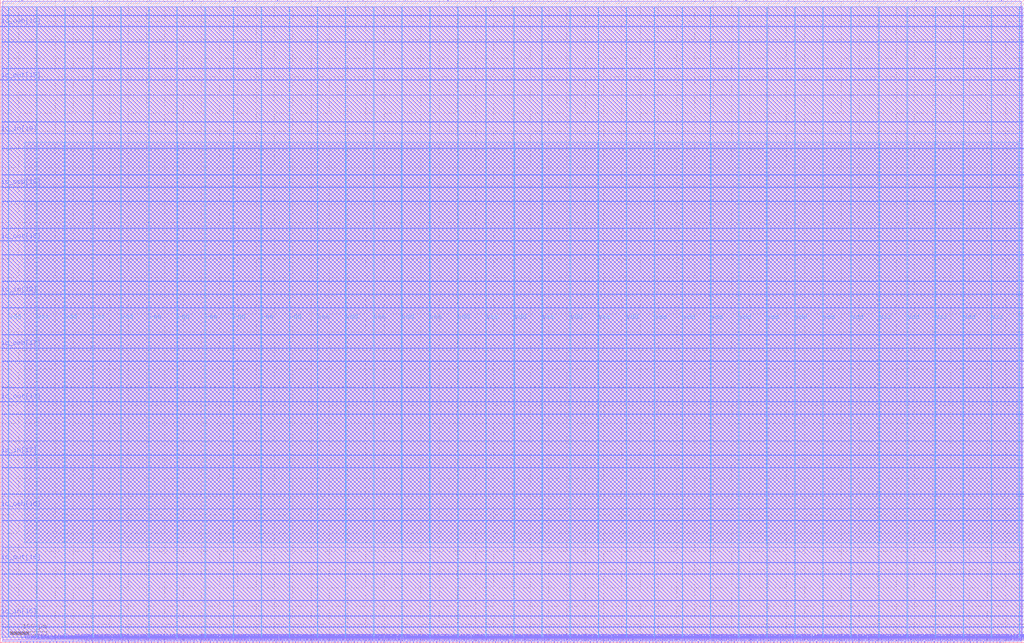
<source format=lef>
VERSION 5.7 ;
  NOWIREEXTENSIONATPIN ON ;
  DIVIDERCHAR "/" ;
  BUSBITCHARS "[]" ;
MACRO user_proj_example
  CLASS BLOCK ;
  FOREIGN user_proj_example ;
  ORIGIN 0.000 0.000 ;
  SIZE 2800.000 BY 1760.000 ;
  PIN io_in[0]
    DIRECTION INPUT ;
    USE SIGNAL ;
    PORT
      LAYER Metal3 ;
        RECT 2796.000 42.560 2800.000 43.120 ;
    END
  END io_in[0]
  PIN io_in[10]
    DIRECTION INPUT ;
    USE SIGNAL ;
    ANTENNAGATEAREA 0.741000 ;
    ANTENNADIFFAREA 0.410400 ;
    PORT
      LAYER Metal2 ;
        RECT 758.240 1756.000 758.800 1760.000 ;
    END
  END io_in[10]
  PIN io_in[11]
    DIRECTION INPUT ;
    USE SIGNAL ;
    ANTENNAGATEAREA 0.726000 ;
    ANTENNADIFFAREA 0.410400 ;
    PORT
      LAYER Metal2 ;
        RECT 1107.680 1756.000 1108.240 1760.000 ;
    END
  END io_in[11]
  PIN io_in[12]
    DIRECTION INPUT ;
    USE SIGNAL ;
    ANTENNAGATEAREA 0.741000 ;
    ANTENNADIFFAREA 0.410400 ;
    PORT
      LAYER Metal2 ;
        RECT 1457.120 1756.000 1457.680 1760.000 ;
    END
  END io_in[12]
  PIN io_in[13]
    DIRECTION INPUT ;
    USE SIGNAL ;
    ANTENNAGATEAREA 0.726000 ;
    ANTENNADIFFAREA 0.410400 ;
    PORT
      LAYER Metal2 ;
        RECT 1806.560 1756.000 1807.120 1760.000 ;
    END
  END io_in[13]
  PIN io_in[14]
    DIRECTION INPUT ;
    USE SIGNAL ;
    PORT
      LAYER Metal2 ;
        RECT 2156.000 1756.000 2156.560 1760.000 ;
    END
  END io_in[14]
  PIN io_in[15]
    DIRECTION INPUT ;
    USE SIGNAL ;
    PORT
      LAYER Metal2 ;
        RECT 2505.440 1756.000 2506.000 1760.000 ;
    END
  END io_in[15]
  PIN io_in[16]
    DIRECTION INPUT ;
    USE SIGNAL ;
    PORT
      LAYER Metal3 ;
        RECT 0.000 72.800 4.000 73.360 ;
    END
  END io_in[16]
  PIN io_in[17]
    DIRECTION INPUT ;
    USE SIGNAL ;
    PORT
      LAYER Metal3 ;
        RECT 0.000 512.960 4.000 513.520 ;
    END
  END io_in[17]
  PIN io_in[18]
    DIRECTION INPUT ;
    USE SIGNAL ;
    PORT
      LAYER Metal3 ;
        RECT 0.000 953.120 4.000 953.680 ;
    END
  END io_in[18]
  PIN io_in[19]
    DIRECTION INPUT ;
    USE SIGNAL ;
    ANTENNAGATEAREA 2.369000 ;
    ANTENNADIFFAREA 0.410400 ;
    PORT
      LAYER Metal3 ;
        RECT 0.000 1393.280 4.000 1393.840 ;
    END
  END io_in[19]
  PIN io_in[1]
    DIRECTION INPUT ;
    USE SIGNAL ;
    PORT
      LAYER Metal3 ;
        RECT 2796.000 260.960 2800.000 261.520 ;
    END
  END io_in[1]
  PIN io_in[2]
    DIRECTION INPUT ;
    USE SIGNAL ;
    PORT
      LAYER Metal3 ;
        RECT 2796.000 479.360 2800.000 479.920 ;
    END
  END io_in[2]
  PIN io_in[3]
    DIRECTION INPUT ;
    USE SIGNAL ;
    PORT
      LAYER Metal3 ;
        RECT 2796.000 697.760 2800.000 698.320 ;
    END
  END io_in[3]
  PIN io_in[4]
    DIRECTION INPUT ;
    USE SIGNAL ;
    PORT
      LAYER Metal3 ;
        RECT 2796.000 916.160 2800.000 916.720 ;
    END
  END io_in[4]
  PIN io_in[5]
    DIRECTION INPUT ;
    USE SIGNAL ;
    PORT
      LAYER Metal3 ;
        RECT 2796.000 1134.560 2800.000 1135.120 ;
    END
  END io_in[5]
  PIN io_in[6]
    DIRECTION INPUT ;
    USE SIGNAL ;
    PORT
      LAYER Metal3 ;
        RECT 2796.000 1352.960 2800.000 1353.520 ;
    END
  END io_in[6]
  PIN io_in[7]
    DIRECTION INPUT ;
    USE SIGNAL ;
    PORT
      LAYER Metal3 ;
        RECT 2796.000 1571.360 2800.000 1571.920 ;
    END
  END io_in[7]
  PIN io_in[8]
    DIRECTION INPUT ;
    USE SIGNAL ;
    PORT
      LAYER Metal2 ;
        RECT 59.360 1756.000 59.920 1760.000 ;
    END
  END io_in[8]
  PIN io_in[9]
    DIRECTION INPUT ;
    USE SIGNAL ;
    PORT
      LAYER Metal2 ;
        RECT 408.800 1756.000 409.360 1760.000 ;
    END
  END io_in[9]
  PIN io_oeb[0]
    DIRECTION OUTPUT TRISTATE ;
    USE SIGNAL ;
    ANTENNADIFFAREA 0.360800 ;
    PORT
      LAYER Metal3 ;
        RECT 2796.000 188.160 2800.000 188.720 ;
    END
  END io_oeb[0]
  PIN io_oeb[10]
    DIRECTION OUTPUT TRISTATE ;
    USE SIGNAL ;
    ANTENNADIFFAREA 0.536800 ;
    PORT
      LAYER Metal2 ;
        RECT 991.200 1756.000 991.760 1760.000 ;
    END
  END io_oeb[10]
  PIN io_oeb[11]
    DIRECTION OUTPUT TRISTATE ;
    USE SIGNAL ;
    ANTENNADIFFAREA 0.360800 ;
    PORT
      LAYER Metal2 ;
        RECT 1340.640 1756.000 1341.200 1760.000 ;
    END
  END io_oeb[11]
  PIN io_oeb[12]
    DIRECTION OUTPUT TRISTATE ;
    USE SIGNAL ;
    ANTENNADIFFAREA 0.360800 ;
    PORT
      LAYER Metal2 ;
        RECT 1690.080 1756.000 1690.640 1760.000 ;
    END
  END io_oeb[12]
  PIN io_oeb[13]
    DIRECTION OUTPUT TRISTATE ;
    USE SIGNAL ;
    ANTENNADIFFAREA 0.360800 ;
    PORT
      LAYER Metal2 ;
        RECT 2039.520 1756.000 2040.080 1760.000 ;
    END
  END io_oeb[13]
  PIN io_oeb[14]
    DIRECTION OUTPUT TRISTATE ;
    USE SIGNAL ;
    ANTENNADIFFAREA 0.360800 ;
    PORT
      LAYER Metal2 ;
        RECT 2388.960 1756.000 2389.520 1760.000 ;
    END
  END io_oeb[14]
  PIN io_oeb[15]
    DIRECTION OUTPUT TRISTATE ;
    USE SIGNAL ;
    ANTENNADIFFAREA 0.360800 ;
    PORT
      LAYER Metal2 ;
        RECT 2738.400 1756.000 2738.960 1760.000 ;
    END
  END io_oeb[15]
  PIN io_oeb[16]
    DIRECTION OUTPUT TRISTATE ;
    USE SIGNAL ;
    ANTENNADIFFAREA 0.360800 ;
    PORT
      LAYER Metal3 ;
        RECT 0.000 366.240 4.000 366.800 ;
    END
  END io_oeb[16]
  PIN io_oeb[17]
    DIRECTION OUTPUT TRISTATE ;
    USE SIGNAL ;
    ANTENNADIFFAREA 0.360800 ;
    PORT
      LAYER Metal3 ;
        RECT 0.000 806.400 4.000 806.960 ;
    END
  END io_oeb[17]
  PIN io_oeb[18]
    DIRECTION OUTPUT TRISTATE ;
    USE SIGNAL ;
    ANTENNADIFFAREA 0.360800 ;
    PORT
      LAYER Metal3 ;
        RECT 0.000 1246.560 4.000 1247.120 ;
    END
  END io_oeb[18]
  PIN io_oeb[19]
    DIRECTION OUTPUT TRISTATE ;
    USE SIGNAL ;
    ANTENNADIFFAREA 0.536800 ;
    PORT
      LAYER Metal3 ;
        RECT 0.000 1686.720 4.000 1687.280 ;
    END
  END io_oeb[19]
  PIN io_oeb[1]
    DIRECTION OUTPUT TRISTATE ;
    USE SIGNAL ;
    ANTENNADIFFAREA 0.360800 ;
    PORT
      LAYER Metal3 ;
        RECT 2796.000 406.560 2800.000 407.120 ;
    END
  END io_oeb[1]
  PIN io_oeb[2]
    DIRECTION OUTPUT TRISTATE ;
    USE SIGNAL ;
    ANTENNADIFFAREA 0.360800 ;
    PORT
      LAYER Metal3 ;
        RECT 2796.000 624.960 2800.000 625.520 ;
    END
  END io_oeb[2]
  PIN io_oeb[3]
    DIRECTION OUTPUT TRISTATE ;
    USE SIGNAL ;
    ANTENNADIFFAREA 0.360800 ;
    PORT
      LAYER Metal3 ;
        RECT 2796.000 843.360 2800.000 843.920 ;
    END
  END io_oeb[3]
  PIN io_oeb[4]
    DIRECTION OUTPUT TRISTATE ;
    USE SIGNAL ;
    ANTENNADIFFAREA 0.360800 ;
    PORT
      LAYER Metal3 ;
        RECT 2796.000 1061.760 2800.000 1062.320 ;
    END
  END io_oeb[4]
  PIN io_oeb[5]
    DIRECTION OUTPUT TRISTATE ;
    USE SIGNAL ;
    ANTENNADIFFAREA 0.360800 ;
    PORT
      LAYER Metal3 ;
        RECT 2796.000 1280.160 2800.000 1280.720 ;
    END
  END io_oeb[5]
  PIN io_oeb[6]
    DIRECTION OUTPUT TRISTATE ;
    USE SIGNAL ;
    ANTENNADIFFAREA 0.360800 ;
    PORT
      LAYER Metal3 ;
        RECT 2796.000 1498.560 2800.000 1499.120 ;
    END
  END io_oeb[6]
  PIN io_oeb[7]
    DIRECTION OUTPUT TRISTATE ;
    USE SIGNAL ;
    ANTENNADIFFAREA 0.360800 ;
    PORT
      LAYER Metal3 ;
        RECT 2796.000 1716.960 2800.000 1717.520 ;
    END
  END io_oeb[7]
  PIN io_oeb[8]
    DIRECTION OUTPUT TRISTATE ;
    USE SIGNAL ;
    ANTENNADIFFAREA 0.360800 ;
    PORT
      LAYER Metal2 ;
        RECT 292.320 1756.000 292.880 1760.000 ;
    END
  END io_oeb[8]
  PIN io_oeb[9]
    DIRECTION OUTPUT TRISTATE ;
    USE SIGNAL ;
    ANTENNADIFFAREA 0.360800 ;
    PORT
      LAYER Metal2 ;
        RECT 641.760 1756.000 642.320 1760.000 ;
    END
  END io_oeb[9]
  PIN io_out[0]
    DIRECTION OUTPUT TRISTATE ;
    USE SIGNAL ;
    ANTENNADIFFAREA 4.731200 ;
    PORT
      LAYER Metal3 ;
        RECT 2796.000 115.360 2800.000 115.920 ;
    END
  END io_out[0]
  PIN io_out[10]
    DIRECTION OUTPUT TRISTATE ;
    USE SIGNAL ;
    ANTENNADIFFAREA 0.360800 ;
    PORT
      LAYER Metal2 ;
        RECT 874.720 1756.000 875.280 1760.000 ;
    END
  END io_out[10]
  PIN io_out[11]
    DIRECTION OUTPUT TRISTATE ;
    USE SIGNAL ;
    ANTENNADIFFAREA 0.360800 ;
    PORT
      LAYER Metal2 ;
        RECT 1224.160 1756.000 1224.720 1760.000 ;
    END
  END io_out[11]
  PIN io_out[12]
    DIRECTION OUTPUT TRISTATE ;
    USE SIGNAL ;
    ANTENNADIFFAREA 0.360800 ;
    PORT
      LAYER Metal2 ;
        RECT 1573.600 1756.000 1574.160 1760.000 ;
    END
  END io_out[12]
  PIN io_out[13]
    DIRECTION OUTPUT TRISTATE ;
    USE SIGNAL ;
    ANTENNADIFFAREA 0.360800 ;
    PORT
      LAYER Metal2 ;
        RECT 1923.040 1756.000 1923.600 1760.000 ;
    END
  END io_out[13]
  PIN io_out[14]
    DIRECTION OUTPUT TRISTATE ;
    USE SIGNAL ;
    ANTENNADIFFAREA 4.731200 ;
    PORT
      LAYER Metal2 ;
        RECT 2272.480 1756.000 2273.040 1760.000 ;
    END
  END io_out[14]
  PIN io_out[15]
    DIRECTION OUTPUT TRISTATE ;
    USE SIGNAL ;
    ANTENNADIFFAREA 4.731200 ;
    PORT
      LAYER Metal2 ;
        RECT 2621.920 1756.000 2622.480 1760.000 ;
    END
  END io_out[15]
  PIN io_out[16]
    DIRECTION OUTPUT TRISTATE ;
    USE SIGNAL ;
    ANTENNADIFFAREA 4.731200 ;
    PORT
      LAYER Metal3 ;
        RECT 0.000 219.520 4.000 220.080 ;
    END
  END io_out[16]
  PIN io_out[17]
    DIRECTION OUTPUT TRISTATE ;
    USE SIGNAL ;
    ANTENNADIFFAREA 4.731200 ;
    PORT
      LAYER Metal3 ;
        RECT 0.000 659.680 4.000 660.240 ;
    END
  END io_out[17]
  PIN io_out[18]
    DIRECTION OUTPUT TRISTATE ;
    USE SIGNAL ;
    ANTENNADIFFAREA 4.731200 ;
    PORT
      LAYER Metal3 ;
        RECT 0.000 1099.840 4.000 1100.400 ;
    END
  END io_out[18]
  PIN io_out[19]
    DIRECTION OUTPUT TRISTATE ;
    USE SIGNAL ;
    ANTENNADIFFAREA 0.360800 ;
    PORT
      LAYER Metal3 ;
        RECT 0.000 1540.000 4.000 1540.560 ;
    END
  END io_out[19]
  PIN io_out[1]
    DIRECTION OUTPUT TRISTATE ;
    USE SIGNAL ;
    ANTENNADIFFAREA 4.731200 ;
    PORT
      LAYER Metal3 ;
        RECT 2796.000 333.760 2800.000 334.320 ;
    END
  END io_out[1]
  PIN io_out[2]
    DIRECTION OUTPUT TRISTATE ;
    USE SIGNAL ;
    ANTENNADIFFAREA 4.731200 ;
    PORT
      LAYER Metal3 ;
        RECT 2796.000 552.160 2800.000 552.720 ;
    END
  END io_out[2]
  PIN io_out[3]
    DIRECTION OUTPUT TRISTATE ;
    USE SIGNAL ;
    ANTENNADIFFAREA 4.731200 ;
    PORT
      LAYER Metal3 ;
        RECT 2796.000 770.560 2800.000 771.120 ;
    END
  END io_out[3]
  PIN io_out[4]
    DIRECTION OUTPUT TRISTATE ;
    USE SIGNAL ;
    ANTENNADIFFAREA 4.731200 ;
    PORT
      LAYER Metal3 ;
        RECT 2796.000 988.960 2800.000 989.520 ;
    END
  END io_out[4]
  PIN io_out[5]
    DIRECTION OUTPUT TRISTATE ;
    USE SIGNAL ;
    ANTENNADIFFAREA 4.731200 ;
    PORT
      LAYER Metal3 ;
        RECT 2796.000 1207.360 2800.000 1207.920 ;
    END
  END io_out[5]
  PIN io_out[6]
    DIRECTION OUTPUT TRISTATE ;
    USE SIGNAL ;
    ANTENNADIFFAREA 4.731200 ;
    PORT
      LAYER Metal3 ;
        RECT 2796.000 1425.760 2800.000 1426.320 ;
    END
  END io_out[6]
  PIN io_out[7]
    DIRECTION OUTPUT TRISTATE ;
    USE SIGNAL ;
    ANTENNADIFFAREA 4.731200 ;
    PORT
      LAYER Metal3 ;
        RECT 2796.000 1644.160 2800.000 1644.720 ;
    END
  END io_out[7]
  PIN io_out[8]
    DIRECTION OUTPUT TRISTATE ;
    USE SIGNAL ;
    ANTENNADIFFAREA 4.731200 ;
    PORT
      LAYER Metal2 ;
        RECT 175.840 1756.000 176.400 1760.000 ;
    END
  END io_out[8]
  PIN io_out[9]
    DIRECTION OUTPUT TRISTATE ;
    USE SIGNAL ;
    ANTENNADIFFAREA 0.897600 ;
    PORT
      LAYER Metal2 ;
        RECT 525.280 1756.000 525.840 1760.000 ;
    END
  END io_out[9]
  PIN irq[0]
    DIRECTION OUTPUT TRISTATE ;
    USE SIGNAL ;
    ANTENNADIFFAREA 0.360800 ;
    PORT
      LAYER Metal2 ;
        RECT 2724.960 0.000 2725.520 4.000 ;
    END
  END irq[0]
  PIN irq[1]
    DIRECTION OUTPUT TRISTATE ;
    USE SIGNAL ;
    ANTENNADIFFAREA 0.360800 ;
    PORT
      LAYER Metal2 ;
        RECT 2733.920 0.000 2734.480 4.000 ;
    END
  END irq[1]
  PIN irq[2]
    DIRECTION OUTPUT TRISTATE ;
    USE SIGNAL ;
    ANTENNADIFFAREA 0.360800 ;
    PORT
      LAYER Metal2 ;
        RECT 2742.880 0.000 2743.440 4.000 ;
    END
  END irq[2]
  PIN la_data_in[0]
    DIRECTION INPUT ;
    USE SIGNAL ;
    PORT
      LAYER Metal2 ;
        RECT 1004.640 0.000 1005.200 4.000 ;
    END
  END la_data_in[0]
  PIN la_data_in[10]
    DIRECTION INPUT ;
    USE SIGNAL ;
    PORT
      LAYER Metal2 ;
        RECT 1273.440 0.000 1274.000 4.000 ;
    END
  END la_data_in[10]
  PIN la_data_in[11]
    DIRECTION INPUT ;
    USE SIGNAL ;
    PORT
      LAYER Metal2 ;
        RECT 1300.320 0.000 1300.880 4.000 ;
    END
  END la_data_in[11]
  PIN la_data_in[12]
    DIRECTION INPUT ;
    USE SIGNAL ;
    PORT
      LAYER Metal2 ;
        RECT 1327.200 0.000 1327.760 4.000 ;
    END
  END la_data_in[12]
  PIN la_data_in[13]
    DIRECTION INPUT ;
    USE SIGNAL ;
    PORT
      LAYER Metal2 ;
        RECT 1354.080 0.000 1354.640 4.000 ;
    END
  END la_data_in[13]
  PIN la_data_in[14]
    DIRECTION INPUT ;
    USE SIGNAL ;
    PORT
      LAYER Metal2 ;
        RECT 1380.960 0.000 1381.520 4.000 ;
    END
  END la_data_in[14]
  PIN la_data_in[15]
    DIRECTION INPUT ;
    USE SIGNAL ;
    PORT
      LAYER Metal2 ;
        RECT 1407.840 0.000 1408.400 4.000 ;
    END
  END la_data_in[15]
  PIN la_data_in[16]
    DIRECTION INPUT ;
    USE SIGNAL ;
    PORT
      LAYER Metal2 ;
        RECT 1434.720 0.000 1435.280 4.000 ;
    END
  END la_data_in[16]
  PIN la_data_in[17]
    DIRECTION INPUT ;
    USE SIGNAL ;
    PORT
      LAYER Metal2 ;
        RECT 1461.600 0.000 1462.160 4.000 ;
    END
  END la_data_in[17]
  PIN la_data_in[18]
    DIRECTION INPUT ;
    USE SIGNAL ;
    PORT
      LAYER Metal2 ;
        RECT 1488.480 0.000 1489.040 4.000 ;
    END
  END la_data_in[18]
  PIN la_data_in[19]
    DIRECTION INPUT ;
    USE SIGNAL ;
    PORT
      LAYER Metal2 ;
        RECT 1515.360 0.000 1515.920 4.000 ;
    END
  END la_data_in[19]
  PIN la_data_in[1]
    DIRECTION INPUT ;
    USE SIGNAL ;
    PORT
      LAYER Metal2 ;
        RECT 1031.520 0.000 1032.080 4.000 ;
    END
  END la_data_in[1]
  PIN la_data_in[20]
    DIRECTION INPUT ;
    USE SIGNAL ;
    PORT
      LAYER Metal2 ;
        RECT 1542.240 0.000 1542.800 4.000 ;
    END
  END la_data_in[20]
  PIN la_data_in[21]
    DIRECTION INPUT ;
    USE SIGNAL ;
    PORT
      LAYER Metal2 ;
        RECT 1569.120 0.000 1569.680 4.000 ;
    END
  END la_data_in[21]
  PIN la_data_in[22]
    DIRECTION INPUT ;
    USE SIGNAL ;
    PORT
      LAYER Metal2 ;
        RECT 1596.000 0.000 1596.560 4.000 ;
    END
  END la_data_in[22]
  PIN la_data_in[23]
    DIRECTION INPUT ;
    USE SIGNAL ;
    PORT
      LAYER Metal2 ;
        RECT 1622.880 0.000 1623.440 4.000 ;
    END
  END la_data_in[23]
  PIN la_data_in[24]
    DIRECTION INPUT ;
    USE SIGNAL ;
    PORT
      LAYER Metal2 ;
        RECT 1649.760 0.000 1650.320 4.000 ;
    END
  END la_data_in[24]
  PIN la_data_in[25]
    DIRECTION INPUT ;
    USE SIGNAL ;
    PORT
      LAYER Metal2 ;
        RECT 1676.640 0.000 1677.200 4.000 ;
    END
  END la_data_in[25]
  PIN la_data_in[26]
    DIRECTION INPUT ;
    USE SIGNAL ;
    PORT
      LAYER Metal2 ;
        RECT 1703.520 0.000 1704.080 4.000 ;
    END
  END la_data_in[26]
  PIN la_data_in[27]
    DIRECTION INPUT ;
    USE SIGNAL ;
    PORT
      LAYER Metal2 ;
        RECT 1730.400 0.000 1730.960 4.000 ;
    END
  END la_data_in[27]
  PIN la_data_in[28]
    DIRECTION INPUT ;
    USE SIGNAL ;
    PORT
      LAYER Metal2 ;
        RECT 1757.280 0.000 1757.840 4.000 ;
    END
  END la_data_in[28]
  PIN la_data_in[29]
    DIRECTION INPUT ;
    USE SIGNAL ;
    PORT
      LAYER Metal2 ;
        RECT 1784.160 0.000 1784.720 4.000 ;
    END
  END la_data_in[29]
  PIN la_data_in[2]
    DIRECTION INPUT ;
    USE SIGNAL ;
    PORT
      LAYER Metal2 ;
        RECT 1058.400 0.000 1058.960 4.000 ;
    END
  END la_data_in[2]
  PIN la_data_in[30]
    DIRECTION INPUT ;
    USE SIGNAL ;
    PORT
      LAYER Metal2 ;
        RECT 1811.040 0.000 1811.600 4.000 ;
    END
  END la_data_in[30]
  PIN la_data_in[31]
    DIRECTION INPUT ;
    USE SIGNAL ;
    PORT
      LAYER Metal2 ;
        RECT 1837.920 0.000 1838.480 4.000 ;
    END
  END la_data_in[31]
  PIN la_data_in[32]
    DIRECTION INPUT ;
    USE SIGNAL ;
    PORT
      LAYER Metal2 ;
        RECT 1864.800 0.000 1865.360 4.000 ;
    END
  END la_data_in[32]
  PIN la_data_in[33]
    DIRECTION INPUT ;
    USE SIGNAL ;
    PORT
      LAYER Metal2 ;
        RECT 1891.680 0.000 1892.240 4.000 ;
    END
  END la_data_in[33]
  PIN la_data_in[34]
    DIRECTION INPUT ;
    USE SIGNAL ;
    PORT
      LAYER Metal2 ;
        RECT 1918.560 0.000 1919.120 4.000 ;
    END
  END la_data_in[34]
  PIN la_data_in[35]
    DIRECTION INPUT ;
    USE SIGNAL ;
    PORT
      LAYER Metal2 ;
        RECT 1945.440 0.000 1946.000 4.000 ;
    END
  END la_data_in[35]
  PIN la_data_in[36]
    DIRECTION INPUT ;
    USE SIGNAL ;
    PORT
      LAYER Metal2 ;
        RECT 1972.320 0.000 1972.880 4.000 ;
    END
  END la_data_in[36]
  PIN la_data_in[37]
    DIRECTION INPUT ;
    USE SIGNAL ;
    PORT
      LAYER Metal2 ;
        RECT 1999.200 0.000 1999.760 4.000 ;
    END
  END la_data_in[37]
  PIN la_data_in[38]
    DIRECTION INPUT ;
    USE SIGNAL ;
    PORT
      LAYER Metal2 ;
        RECT 2026.080 0.000 2026.640 4.000 ;
    END
  END la_data_in[38]
  PIN la_data_in[39]
    DIRECTION INPUT ;
    USE SIGNAL ;
    PORT
      LAYER Metal2 ;
        RECT 2052.960 0.000 2053.520 4.000 ;
    END
  END la_data_in[39]
  PIN la_data_in[3]
    DIRECTION INPUT ;
    USE SIGNAL ;
    PORT
      LAYER Metal2 ;
        RECT 1085.280 0.000 1085.840 4.000 ;
    END
  END la_data_in[3]
  PIN la_data_in[40]
    DIRECTION INPUT ;
    USE SIGNAL ;
    PORT
      LAYER Metal2 ;
        RECT 2079.840 0.000 2080.400 4.000 ;
    END
  END la_data_in[40]
  PIN la_data_in[41]
    DIRECTION INPUT ;
    USE SIGNAL ;
    PORT
      LAYER Metal2 ;
        RECT 2106.720 0.000 2107.280 4.000 ;
    END
  END la_data_in[41]
  PIN la_data_in[42]
    DIRECTION INPUT ;
    USE SIGNAL ;
    PORT
      LAYER Metal2 ;
        RECT 2133.600 0.000 2134.160 4.000 ;
    END
  END la_data_in[42]
  PIN la_data_in[43]
    DIRECTION INPUT ;
    USE SIGNAL ;
    PORT
      LAYER Metal2 ;
        RECT 2160.480 0.000 2161.040 4.000 ;
    END
  END la_data_in[43]
  PIN la_data_in[44]
    DIRECTION INPUT ;
    USE SIGNAL ;
    PORT
      LAYER Metal2 ;
        RECT 2187.360 0.000 2187.920 4.000 ;
    END
  END la_data_in[44]
  PIN la_data_in[45]
    DIRECTION INPUT ;
    USE SIGNAL ;
    PORT
      LAYER Metal2 ;
        RECT 2214.240 0.000 2214.800 4.000 ;
    END
  END la_data_in[45]
  PIN la_data_in[46]
    DIRECTION INPUT ;
    USE SIGNAL ;
    PORT
      LAYER Metal2 ;
        RECT 2241.120 0.000 2241.680 4.000 ;
    END
  END la_data_in[46]
  PIN la_data_in[47]
    DIRECTION INPUT ;
    USE SIGNAL ;
    PORT
      LAYER Metal2 ;
        RECT 2268.000 0.000 2268.560 4.000 ;
    END
  END la_data_in[47]
  PIN la_data_in[48]
    DIRECTION INPUT ;
    USE SIGNAL ;
    PORT
      LAYER Metal2 ;
        RECT 2294.880 0.000 2295.440 4.000 ;
    END
  END la_data_in[48]
  PIN la_data_in[49]
    DIRECTION INPUT ;
    USE SIGNAL ;
    PORT
      LAYER Metal2 ;
        RECT 2321.760 0.000 2322.320 4.000 ;
    END
  END la_data_in[49]
  PIN la_data_in[4]
    DIRECTION INPUT ;
    USE SIGNAL ;
    PORT
      LAYER Metal2 ;
        RECT 1112.160 0.000 1112.720 4.000 ;
    END
  END la_data_in[4]
  PIN la_data_in[50]
    DIRECTION INPUT ;
    USE SIGNAL ;
    PORT
      LAYER Metal2 ;
        RECT 2348.640 0.000 2349.200 4.000 ;
    END
  END la_data_in[50]
  PIN la_data_in[51]
    DIRECTION INPUT ;
    USE SIGNAL ;
    PORT
      LAYER Metal2 ;
        RECT 2375.520 0.000 2376.080 4.000 ;
    END
  END la_data_in[51]
  PIN la_data_in[52]
    DIRECTION INPUT ;
    USE SIGNAL ;
    PORT
      LAYER Metal2 ;
        RECT 2402.400 0.000 2402.960 4.000 ;
    END
  END la_data_in[52]
  PIN la_data_in[53]
    DIRECTION INPUT ;
    USE SIGNAL ;
    PORT
      LAYER Metal2 ;
        RECT 2429.280 0.000 2429.840 4.000 ;
    END
  END la_data_in[53]
  PIN la_data_in[54]
    DIRECTION INPUT ;
    USE SIGNAL ;
    PORT
      LAYER Metal2 ;
        RECT 2456.160 0.000 2456.720 4.000 ;
    END
  END la_data_in[54]
  PIN la_data_in[55]
    DIRECTION INPUT ;
    USE SIGNAL ;
    PORT
      LAYER Metal2 ;
        RECT 2483.040 0.000 2483.600 4.000 ;
    END
  END la_data_in[55]
  PIN la_data_in[56]
    DIRECTION INPUT ;
    USE SIGNAL ;
    PORT
      LAYER Metal2 ;
        RECT 2509.920 0.000 2510.480 4.000 ;
    END
  END la_data_in[56]
  PIN la_data_in[57]
    DIRECTION INPUT ;
    USE SIGNAL ;
    PORT
      LAYER Metal2 ;
        RECT 2536.800 0.000 2537.360 4.000 ;
    END
  END la_data_in[57]
  PIN la_data_in[58]
    DIRECTION INPUT ;
    USE SIGNAL ;
    PORT
      LAYER Metal2 ;
        RECT 2563.680 0.000 2564.240 4.000 ;
    END
  END la_data_in[58]
  PIN la_data_in[59]
    DIRECTION INPUT ;
    USE SIGNAL ;
    PORT
      LAYER Metal2 ;
        RECT 2590.560 0.000 2591.120 4.000 ;
    END
  END la_data_in[59]
  PIN la_data_in[5]
    DIRECTION INPUT ;
    USE SIGNAL ;
    PORT
      LAYER Metal2 ;
        RECT 1139.040 0.000 1139.600 4.000 ;
    END
  END la_data_in[5]
  PIN la_data_in[60]
    DIRECTION INPUT ;
    USE SIGNAL ;
    PORT
      LAYER Metal2 ;
        RECT 2617.440 0.000 2618.000 4.000 ;
    END
  END la_data_in[60]
  PIN la_data_in[61]
    DIRECTION INPUT ;
    USE SIGNAL ;
    PORT
      LAYER Metal2 ;
        RECT 2644.320 0.000 2644.880 4.000 ;
    END
  END la_data_in[61]
  PIN la_data_in[62]
    DIRECTION INPUT ;
    USE SIGNAL ;
    PORT
      LAYER Metal2 ;
        RECT 2671.200 0.000 2671.760 4.000 ;
    END
  END la_data_in[62]
  PIN la_data_in[63]
    DIRECTION INPUT ;
    USE SIGNAL ;
    PORT
      LAYER Metal2 ;
        RECT 2698.080 0.000 2698.640 4.000 ;
    END
  END la_data_in[63]
  PIN la_data_in[6]
    DIRECTION INPUT ;
    USE SIGNAL ;
    PORT
      LAYER Metal2 ;
        RECT 1165.920 0.000 1166.480 4.000 ;
    END
  END la_data_in[6]
  PIN la_data_in[7]
    DIRECTION INPUT ;
    USE SIGNAL ;
    PORT
      LAYER Metal2 ;
        RECT 1192.800 0.000 1193.360 4.000 ;
    END
  END la_data_in[7]
  PIN la_data_in[8]
    DIRECTION INPUT ;
    USE SIGNAL ;
    PORT
      LAYER Metal2 ;
        RECT 1219.680 0.000 1220.240 4.000 ;
    END
  END la_data_in[8]
  PIN la_data_in[9]
    DIRECTION INPUT ;
    USE SIGNAL ;
    PORT
      LAYER Metal2 ;
        RECT 1246.560 0.000 1247.120 4.000 ;
    END
  END la_data_in[9]
  PIN la_data_out[0]
    DIRECTION OUTPUT TRISTATE ;
    USE SIGNAL ;
    ANTENNADIFFAREA 0.360800 ;
    PORT
      LAYER Metal2 ;
        RECT 1013.600 0.000 1014.160 4.000 ;
    END
  END la_data_out[0]
  PIN la_data_out[10]
    DIRECTION OUTPUT TRISTATE ;
    USE SIGNAL ;
    ANTENNADIFFAREA 0.360800 ;
    PORT
      LAYER Metal2 ;
        RECT 1282.400 0.000 1282.960 4.000 ;
    END
  END la_data_out[10]
  PIN la_data_out[11]
    DIRECTION OUTPUT TRISTATE ;
    USE SIGNAL ;
    ANTENNADIFFAREA 0.360800 ;
    PORT
      LAYER Metal2 ;
        RECT 1309.280 0.000 1309.840 4.000 ;
    END
  END la_data_out[11]
  PIN la_data_out[12]
    DIRECTION OUTPUT TRISTATE ;
    USE SIGNAL ;
    ANTENNADIFFAREA 0.360800 ;
    PORT
      LAYER Metal2 ;
        RECT 1336.160 0.000 1336.720 4.000 ;
    END
  END la_data_out[12]
  PIN la_data_out[13]
    DIRECTION OUTPUT TRISTATE ;
    USE SIGNAL ;
    ANTENNADIFFAREA 0.360800 ;
    PORT
      LAYER Metal2 ;
        RECT 1363.040 0.000 1363.600 4.000 ;
    END
  END la_data_out[13]
  PIN la_data_out[14]
    DIRECTION OUTPUT TRISTATE ;
    USE SIGNAL ;
    ANTENNADIFFAREA 0.360800 ;
    PORT
      LAYER Metal2 ;
        RECT 1389.920 0.000 1390.480 4.000 ;
    END
  END la_data_out[14]
  PIN la_data_out[15]
    DIRECTION OUTPUT TRISTATE ;
    USE SIGNAL ;
    ANTENNADIFFAREA 0.360800 ;
    PORT
      LAYER Metal2 ;
        RECT 1416.800 0.000 1417.360 4.000 ;
    END
  END la_data_out[15]
  PIN la_data_out[16]
    DIRECTION OUTPUT TRISTATE ;
    USE SIGNAL ;
    ANTENNADIFFAREA 0.360800 ;
    PORT
      LAYER Metal2 ;
        RECT 1443.680 0.000 1444.240 4.000 ;
    END
  END la_data_out[16]
  PIN la_data_out[17]
    DIRECTION OUTPUT TRISTATE ;
    USE SIGNAL ;
    ANTENNADIFFAREA 0.360800 ;
    PORT
      LAYER Metal2 ;
        RECT 1470.560 0.000 1471.120 4.000 ;
    END
  END la_data_out[17]
  PIN la_data_out[18]
    DIRECTION OUTPUT TRISTATE ;
    USE SIGNAL ;
    ANTENNADIFFAREA 0.360800 ;
    PORT
      LAYER Metal2 ;
        RECT 1497.440 0.000 1498.000 4.000 ;
    END
  END la_data_out[18]
  PIN la_data_out[19]
    DIRECTION OUTPUT TRISTATE ;
    USE SIGNAL ;
    ANTENNADIFFAREA 0.360800 ;
    PORT
      LAYER Metal2 ;
        RECT 1524.320 0.000 1524.880 4.000 ;
    END
  END la_data_out[19]
  PIN la_data_out[1]
    DIRECTION OUTPUT TRISTATE ;
    USE SIGNAL ;
    ANTENNADIFFAREA 0.360800 ;
    PORT
      LAYER Metal2 ;
        RECT 1040.480 0.000 1041.040 4.000 ;
    END
  END la_data_out[1]
  PIN la_data_out[20]
    DIRECTION OUTPUT TRISTATE ;
    USE SIGNAL ;
    ANTENNADIFFAREA 0.360800 ;
    PORT
      LAYER Metal2 ;
        RECT 1551.200 0.000 1551.760 4.000 ;
    END
  END la_data_out[20]
  PIN la_data_out[21]
    DIRECTION OUTPUT TRISTATE ;
    USE SIGNAL ;
    ANTENNADIFFAREA 0.360800 ;
    PORT
      LAYER Metal2 ;
        RECT 1578.080 0.000 1578.640 4.000 ;
    END
  END la_data_out[21]
  PIN la_data_out[22]
    DIRECTION OUTPUT TRISTATE ;
    USE SIGNAL ;
    ANTENNADIFFAREA 0.360800 ;
    PORT
      LAYER Metal2 ;
        RECT 1604.960 0.000 1605.520 4.000 ;
    END
  END la_data_out[22]
  PIN la_data_out[23]
    DIRECTION OUTPUT TRISTATE ;
    USE SIGNAL ;
    ANTENNADIFFAREA 0.360800 ;
    PORT
      LAYER Metal2 ;
        RECT 1631.840 0.000 1632.400 4.000 ;
    END
  END la_data_out[23]
  PIN la_data_out[24]
    DIRECTION OUTPUT TRISTATE ;
    USE SIGNAL ;
    ANTENNADIFFAREA 0.360800 ;
    PORT
      LAYER Metal2 ;
        RECT 1658.720 0.000 1659.280 4.000 ;
    END
  END la_data_out[24]
  PIN la_data_out[25]
    DIRECTION OUTPUT TRISTATE ;
    USE SIGNAL ;
    ANTENNADIFFAREA 0.360800 ;
    PORT
      LAYER Metal2 ;
        RECT 1685.600 0.000 1686.160 4.000 ;
    END
  END la_data_out[25]
  PIN la_data_out[26]
    DIRECTION OUTPUT TRISTATE ;
    USE SIGNAL ;
    ANTENNADIFFAREA 0.360800 ;
    PORT
      LAYER Metal2 ;
        RECT 1712.480 0.000 1713.040 4.000 ;
    END
  END la_data_out[26]
  PIN la_data_out[27]
    DIRECTION OUTPUT TRISTATE ;
    USE SIGNAL ;
    ANTENNADIFFAREA 0.360800 ;
    PORT
      LAYER Metal2 ;
        RECT 1739.360 0.000 1739.920 4.000 ;
    END
  END la_data_out[27]
  PIN la_data_out[28]
    DIRECTION OUTPUT TRISTATE ;
    USE SIGNAL ;
    ANTENNADIFFAREA 0.360800 ;
    PORT
      LAYER Metal2 ;
        RECT 1766.240 0.000 1766.800 4.000 ;
    END
  END la_data_out[28]
  PIN la_data_out[29]
    DIRECTION OUTPUT TRISTATE ;
    USE SIGNAL ;
    ANTENNADIFFAREA 0.360800 ;
    PORT
      LAYER Metal2 ;
        RECT 1793.120 0.000 1793.680 4.000 ;
    END
  END la_data_out[29]
  PIN la_data_out[2]
    DIRECTION OUTPUT TRISTATE ;
    USE SIGNAL ;
    ANTENNADIFFAREA 0.360800 ;
    PORT
      LAYER Metal2 ;
        RECT 1067.360 0.000 1067.920 4.000 ;
    END
  END la_data_out[2]
  PIN la_data_out[30]
    DIRECTION OUTPUT TRISTATE ;
    USE SIGNAL ;
    ANTENNADIFFAREA 0.360800 ;
    PORT
      LAYER Metal2 ;
        RECT 1820.000 0.000 1820.560 4.000 ;
    END
  END la_data_out[30]
  PIN la_data_out[31]
    DIRECTION OUTPUT TRISTATE ;
    USE SIGNAL ;
    ANTENNADIFFAREA 0.360800 ;
    PORT
      LAYER Metal2 ;
        RECT 1846.880 0.000 1847.440 4.000 ;
    END
  END la_data_out[31]
  PIN la_data_out[32]
    DIRECTION OUTPUT TRISTATE ;
    USE SIGNAL ;
    ANTENNADIFFAREA 0.360800 ;
    PORT
      LAYER Metal2 ;
        RECT 1873.760 0.000 1874.320 4.000 ;
    END
  END la_data_out[32]
  PIN la_data_out[33]
    DIRECTION OUTPUT TRISTATE ;
    USE SIGNAL ;
    ANTENNADIFFAREA 0.360800 ;
    PORT
      LAYER Metal2 ;
        RECT 1900.640 0.000 1901.200 4.000 ;
    END
  END la_data_out[33]
  PIN la_data_out[34]
    DIRECTION OUTPUT TRISTATE ;
    USE SIGNAL ;
    ANTENNADIFFAREA 0.360800 ;
    PORT
      LAYER Metal2 ;
        RECT 1927.520 0.000 1928.080 4.000 ;
    END
  END la_data_out[34]
  PIN la_data_out[35]
    DIRECTION OUTPUT TRISTATE ;
    USE SIGNAL ;
    ANTENNADIFFAREA 0.360800 ;
    PORT
      LAYER Metal2 ;
        RECT 1954.400 0.000 1954.960 4.000 ;
    END
  END la_data_out[35]
  PIN la_data_out[36]
    DIRECTION OUTPUT TRISTATE ;
    USE SIGNAL ;
    ANTENNADIFFAREA 0.360800 ;
    PORT
      LAYER Metal2 ;
        RECT 1981.280 0.000 1981.840 4.000 ;
    END
  END la_data_out[36]
  PIN la_data_out[37]
    DIRECTION OUTPUT TRISTATE ;
    USE SIGNAL ;
    ANTENNADIFFAREA 0.360800 ;
    PORT
      LAYER Metal2 ;
        RECT 2008.160 0.000 2008.720 4.000 ;
    END
  END la_data_out[37]
  PIN la_data_out[38]
    DIRECTION OUTPUT TRISTATE ;
    USE SIGNAL ;
    ANTENNADIFFAREA 0.360800 ;
    PORT
      LAYER Metal2 ;
        RECT 2035.040 0.000 2035.600 4.000 ;
    END
  END la_data_out[38]
  PIN la_data_out[39]
    DIRECTION OUTPUT TRISTATE ;
    USE SIGNAL ;
    ANTENNADIFFAREA 0.360800 ;
    PORT
      LAYER Metal2 ;
        RECT 2061.920 0.000 2062.480 4.000 ;
    END
  END la_data_out[39]
  PIN la_data_out[3]
    DIRECTION OUTPUT TRISTATE ;
    USE SIGNAL ;
    ANTENNADIFFAREA 0.360800 ;
    PORT
      LAYER Metal2 ;
        RECT 1094.240 0.000 1094.800 4.000 ;
    END
  END la_data_out[3]
  PIN la_data_out[40]
    DIRECTION OUTPUT TRISTATE ;
    USE SIGNAL ;
    ANTENNADIFFAREA 0.360800 ;
    PORT
      LAYER Metal2 ;
        RECT 2088.800 0.000 2089.360 4.000 ;
    END
  END la_data_out[40]
  PIN la_data_out[41]
    DIRECTION OUTPUT TRISTATE ;
    USE SIGNAL ;
    ANTENNADIFFAREA 0.360800 ;
    PORT
      LAYER Metal2 ;
        RECT 2115.680 0.000 2116.240 4.000 ;
    END
  END la_data_out[41]
  PIN la_data_out[42]
    DIRECTION OUTPUT TRISTATE ;
    USE SIGNAL ;
    ANTENNADIFFAREA 0.360800 ;
    PORT
      LAYER Metal2 ;
        RECT 2142.560 0.000 2143.120 4.000 ;
    END
  END la_data_out[42]
  PIN la_data_out[43]
    DIRECTION OUTPUT TRISTATE ;
    USE SIGNAL ;
    ANTENNADIFFAREA 0.360800 ;
    PORT
      LAYER Metal2 ;
        RECT 2169.440 0.000 2170.000 4.000 ;
    END
  END la_data_out[43]
  PIN la_data_out[44]
    DIRECTION OUTPUT TRISTATE ;
    USE SIGNAL ;
    ANTENNADIFFAREA 0.360800 ;
    PORT
      LAYER Metal2 ;
        RECT 2196.320 0.000 2196.880 4.000 ;
    END
  END la_data_out[44]
  PIN la_data_out[45]
    DIRECTION OUTPUT TRISTATE ;
    USE SIGNAL ;
    ANTENNADIFFAREA 0.360800 ;
    PORT
      LAYER Metal2 ;
        RECT 2223.200 0.000 2223.760 4.000 ;
    END
  END la_data_out[45]
  PIN la_data_out[46]
    DIRECTION OUTPUT TRISTATE ;
    USE SIGNAL ;
    ANTENNADIFFAREA 0.360800 ;
    PORT
      LAYER Metal2 ;
        RECT 2250.080 0.000 2250.640 4.000 ;
    END
  END la_data_out[46]
  PIN la_data_out[47]
    DIRECTION OUTPUT TRISTATE ;
    USE SIGNAL ;
    ANTENNADIFFAREA 0.360800 ;
    PORT
      LAYER Metal2 ;
        RECT 2276.960 0.000 2277.520 4.000 ;
    END
  END la_data_out[47]
  PIN la_data_out[48]
    DIRECTION OUTPUT TRISTATE ;
    USE SIGNAL ;
    ANTENNADIFFAREA 0.360800 ;
    PORT
      LAYER Metal2 ;
        RECT 2303.840 0.000 2304.400 4.000 ;
    END
  END la_data_out[48]
  PIN la_data_out[49]
    DIRECTION OUTPUT TRISTATE ;
    USE SIGNAL ;
    ANTENNADIFFAREA 0.360800 ;
    PORT
      LAYER Metal2 ;
        RECT 2330.720 0.000 2331.280 4.000 ;
    END
  END la_data_out[49]
  PIN la_data_out[4]
    DIRECTION OUTPUT TRISTATE ;
    USE SIGNAL ;
    ANTENNADIFFAREA 0.360800 ;
    PORT
      LAYER Metal2 ;
        RECT 1121.120 0.000 1121.680 4.000 ;
    END
  END la_data_out[4]
  PIN la_data_out[50]
    DIRECTION OUTPUT TRISTATE ;
    USE SIGNAL ;
    ANTENNADIFFAREA 0.360800 ;
    PORT
      LAYER Metal2 ;
        RECT 2357.600 0.000 2358.160 4.000 ;
    END
  END la_data_out[50]
  PIN la_data_out[51]
    DIRECTION OUTPUT TRISTATE ;
    USE SIGNAL ;
    ANTENNADIFFAREA 0.360800 ;
    PORT
      LAYER Metal2 ;
        RECT 2384.480 0.000 2385.040 4.000 ;
    END
  END la_data_out[51]
  PIN la_data_out[52]
    DIRECTION OUTPUT TRISTATE ;
    USE SIGNAL ;
    ANTENNADIFFAREA 0.360800 ;
    PORT
      LAYER Metal2 ;
        RECT 2411.360 0.000 2411.920 4.000 ;
    END
  END la_data_out[52]
  PIN la_data_out[53]
    DIRECTION OUTPUT TRISTATE ;
    USE SIGNAL ;
    ANTENNADIFFAREA 0.360800 ;
    PORT
      LAYER Metal2 ;
        RECT 2438.240 0.000 2438.800 4.000 ;
    END
  END la_data_out[53]
  PIN la_data_out[54]
    DIRECTION OUTPUT TRISTATE ;
    USE SIGNAL ;
    ANTENNADIFFAREA 0.360800 ;
    PORT
      LAYER Metal2 ;
        RECT 2465.120 0.000 2465.680 4.000 ;
    END
  END la_data_out[54]
  PIN la_data_out[55]
    DIRECTION OUTPUT TRISTATE ;
    USE SIGNAL ;
    ANTENNADIFFAREA 0.360800 ;
    PORT
      LAYER Metal2 ;
        RECT 2492.000 0.000 2492.560 4.000 ;
    END
  END la_data_out[55]
  PIN la_data_out[56]
    DIRECTION OUTPUT TRISTATE ;
    USE SIGNAL ;
    ANTENNADIFFAREA 0.360800 ;
    PORT
      LAYER Metal2 ;
        RECT 2518.880 0.000 2519.440 4.000 ;
    END
  END la_data_out[56]
  PIN la_data_out[57]
    DIRECTION OUTPUT TRISTATE ;
    USE SIGNAL ;
    ANTENNADIFFAREA 0.360800 ;
    PORT
      LAYER Metal2 ;
        RECT 2545.760 0.000 2546.320 4.000 ;
    END
  END la_data_out[57]
  PIN la_data_out[58]
    DIRECTION OUTPUT TRISTATE ;
    USE SIGNAL ;
    ANTENNADIFFAREA 0.360800 ;
    PORT
      LAYER Metal2 ;
        RECT 2572.640 0.000 2573.200 4.000 ;
    END
  END la_data_out[58]
  PIN la_data_out[59]
    DIRECTION OUTPUT TRISTATE ;
    USE SIGNAL ;
    ANTENNADIFFAREA 0.360800 ;
    PORT
      LAYER Metal2 ;
        RECT 2599.520 0.000 2600.080 4.000 ;
    END
  END la_data_out[59]
  PIN la_data_out[5]
    DIRECTION OUTPUT TRISTATE ;
    USE SIGNAL ;
    ANTENNADIFFAREA 0.360800 ;
    PORT
      LAYER Metal2 ;
        RECT 1148.000 0.000 1148.560 4.000 ;
    END
  END la_data_out[5]
  PIN la_data_out[60]
    DIRECTION OUTPUT TRISTATE ;
    USE SIGNAL ;
    ANTENNADIFFAREA 0.360800 ;
    PORT
      LAYER Metal2 ;
        RECT 2626.400 0.000 2626.960 4.000 ;
    END
  END la_data_out[60]
  PIN la_data_out[61]
    DIRECTION OUTPUT TRISTATE ;
    USE SIGNAL ;
    ANTENNADIFFAREA 0.360800 ;
    PORT
      LAYER Metal2 ;
        RECT 2653.280 0.000 2653.840 4.000 ;
    END
  END la_data_out[61]
  PIN la_data_out[62]
    DIRECTION OUTPUT TRISTATE ;
    USE SIGNAL ;
    ANTENNADIFFAREA 0.360800 ;
    PORT
      LAYER Metal2 ;
        RECT 2680.160 0.000 2680.720 4.000 ;
    END
  END la_data_out[62]
  PIN la_data_out[63]
    DIRECTION OUTPUT TRISTATE ;
    USE SIGNAL ;
    ANTENNADIFFAREA 0.360800 ;
    PORT
      LAYER Metal2 ;
        RECT 2707.040 0.000 2707.600 4.000 ;
    END
  END la_data_out[63]
  PIN la_data_out[6]
    DIRECTION OUTPUT TRISTATE ;
    USE SIGNAL ;
    ANTENNADIFFAREA 0.360800 ;
    PORT
      LAYER Metal2 ;
        RECT 1174.880 0.000 1175.440 4.000 ;
    END
  END la_data_out[6]
  PIN la_data_out[7]
    DIRECTION OUTPUT TRISTATE ;
    USE SIGNAL ;
    ANTENNADIFFAREA 0.360800 ;
    PORT
      LAYER Metal2 ;
        RECT 1201.760 0.000 1202.320 4.000 ;
    END
  END la_data_out[7]
  PIN la_data_out[8]
    DIRECTION OUTPUT TRISTATE ;
    USE SIGNAL ;
    ANTENNADIFFAREA 0.360800 ;
    PORT
      LAYER Metal2 ;
        RECT 1228.640 0.000 1229.200 4.000 ;
    END
  END la_data_out[8]
  PIN la_data_out[9]
    DIRECTION OUTPUT TRISTATE ;
    USE SIGNAL ;
    ANTENNADIFFAREA 0.360800 ;
    PORT
      LAYER Metal2 ;
        RECT 1255.520 0.000 1256.080 4.000 ;
    END
  END la_data_out[9]
  PIN la_oenb[0]
    DIRECTION INPUT ;
    USE SIGNAL ;
    PORT
      LAYER Metal2 ;
        RECT 1022.560 0.000 1023.120 4.000 ;
    END
  END la_oenb[0]
  PIN la_oenb[10]
    DIRECTION INPUT ;
    USE SIGNAL ;
    PORT
      LAYER Metal2 ;
        RECT 1291.360 0.000 1291.920 4.000 ;
    END
  END la_oenb[10]
  PIN la_oenb[11]
    DIRECTION INPUT ;
    USE SIGNAL ;
    PORT
      LAYER Metal2 ;
        RECT 1318.240 0.000 1318.800 4.000 ;
    END
  END la_oenb[11]
  PIN la_oenb[12]
    DIRECTION INPUT ;
    USE SIGNAL ;
    PORT
      LAYER Metal2 ;
        RECT 1345.120 0.000 1345.680 4.000 ;
    END
  END la_oenb[12]
  PIN la_oenb[13]
    DIRECTION INPUT ;
    USE SIGNAL ;
    PORT
      LAYER Metal2 ;
        RECT 1372.000 0.000 1372.560 4.000 ;
    END
  END la_oenb[13]
  PIN la_oenb[14]
    DIRECTION INPUT ;
    USE SIGNAL ;
    PORT
      LAYER Metal2 ;
        RECT 1398.880 0.000 1399.440 4.000 ;
    END
  END la_oenb[14]
  PIN la_oenb[15]
    DIRECTION INPUT ;
    USE SIGNAL ;
    PORT
      LAYER Metal2 ;
        RECT 1425.760 0.000 1426.320 4.000 ;
    END
  END la_oenb[15]
  PIN la_oenb[16]
    DIRECTION INPUT ;
    USE SIGNAL ;
    PORT
      LAYER Metal2 ;
        RECT 1452.640 0.000 1453.200 4.000 ;
    END
  END la_oenb[16]
  PIN la_oenb[17]
    DIRECTION INPUT ;
    USE SIGNAL ;
    PORT
      LAYER Metal2 ;
        RECT 1479.520 0.000 1480.080 4.000 ;
    END
  END la_oenb[17]
  PIN la_oenb[18]
    DIRECTION INPUT ;
    USE SIGNAL ;
    PORT
      LAYER Metal2 ;
        RECT 1506.400 0.000 1506.960 4.000 ;
    END
  END la_oenb[18]
  PIN la_oenb[19]
    DIRECTION INPUT ;
    USE SIGNAL ;
    PORT
      LAYER Metal2 ;
        RECT 1533.280 0.000 1533.840 4.000 ;
    END
  END la_oenb[19]
  PIN la_oenb[1]
    DIRECTION INPUT ;
    USE SIGNAL ;
    PORT
      LAYER Metal2 ;
        RECT 1049.440 0.000 1050.000 4.000 ;
    END
  END la_oenb[1]
  PIN la_oenb[20]
    DIRECTION INPUT ;
    USE SIGNAL ;
    PORT
      LAYER Metal2 ;
        RECT 1560.160 0.000 1560.720 4.000 ;
    END
  END la_oenb[20]
  PIN la_oenb[21]
    DIRECTION INPUT ;
    USE SIGNAL ;
    PORT
      LAYER Metal2 ;
        RECT 1587.040 0.000 1587.600 4.000 ;
    END
  END la_oenb[21]
  PIN la_oenb[22]
    DIRECTION INPUT ;
    USE SIGNAL ;
    PORT
      LAYER Metal2 ;
        RECT 1613.920 0.000 1614.480 4.000 ;
    END
  END la_oenb[22]
  PIN la_oenb[23]
    DIRECTION INPUT ;
    USE SIGNAL ;
    PORT
      LAYER Metal2 ;
        RECT 1640.800 0.000 1641.360 4.000 ;
    END
  END la_oenb[23]
  PIN la_oenb[24]
    DIRECTION INPUT ;
    USE SIGNAL ;
    PORT
      LAYER Metal2 ;
        RECT 1667.680 0.000 1668.240 4.000 ;
    END
  END la_oenb[24]
  PIN la_oenb[25]
    DIRECTION INPUT ;
    USE SIGNAL ;
    PORT
      LAYER Metal2 ;
        RECT 1694.560 0.000 1695.120 4.000 ;
    END
  END la_oenb[25]
  PIN la_oenb[26]
    DIRECTION INPUT ;
    USE SIGNAL ;
    PORT
      LAYER Metal2 ;
        RECT 1721.440 0.000 1722.000 4.000 ;
    END
  END la_oenb[26]
  PIN la_oenb[27]
    DIRECTION INPUT ;
    USE SIGNAL ;
    PORT
      LAYER Metal2 ;
        RECT 1748.320 0.000 1748.880 4.000 ;
    END
  END la_oenb[27]
  PIN la_oenb[28]
    DIRECTION INPUT ;
    USE SIGNAL ;
    PORT
      LAYER Metal2 ;
        RECT 1775.200 0.000 1775.760 4.000 ;
    END
  END la_oenb[28]
  PIN la_oenb[29]
    DIRECTION INPUT ;
    USE SIGNAL ;
    PORT
      LAYER Metal2 ;
        RECT 1802.080 0.000 1802.640 4.000 ;
    END
  END la_oenb[29]
  PIN la_oenb[2]
    DIRECTION INPUT ;
    USE SIGNAL ;
    PORT
      LAYER Metal2 ;
        RECT 1076.320 0.000 1076.880 4.000 ;
    END
  END la_oenb[2]
  PIN la_oenb[30]
    DIRECTION INPUT ;
    USE SIGNAL ;
    PORT
      LAYER Metal2 ;
        RECT 1828.960 0.000 1829.520 4.000 ;
    END
  END la_oenb[30]
  PIN la_oenb[31]
    DIRECTION INPUT ;
    USE SIGNAL ;
    PORT
      LAYER Metal2 ;
        RECT 1855.840 0.000 1856.400 4.000 ;
    END
  END la_oenb[31]
  PIN la_oenb[32]
    DIRECTION INPUT ;
    USE SIGNAL ;
    PORT
      LAYER Metal2 ;
        RECT 1882.720 0.000 1883.280 4.000 ;
    END
  END la_oenb[32]
  PIN la_oenb[33]
    DIRECTION INPUT ;
    USE SIGNAL ;
    PORT
      LAYER Metal2 ;
        RECT 1909.600 0.000 1910.160 4.000 ;
    END
  END la_oenb[33]
  PIN la_oenb[34]
    DIRECTION INPUT ;
    USE SIGNAL ;
    PORT
      LAYER Metal2 ;
        RECT 1936.480 0.000 1937.040 4.000 ;
    END
  END la_oenb[34]
  PIN la_oenb[35]
    DIRECTION INPUT ;
    USE SIGNAL ;
    PORT
      LAYER Metal2 ;
        RECT 1963.360 0.000 1963.920 4.000 ;
    END
  END la_oenb[35]
  PIN la_oenb[36]
    DIRECTION INPUT ;
    USE SIGNAL ;
    PORT
      LAYER Metal2 ;
        RECT 1990.240 0.000 1990.800 4.000 ;
    END
  END la_oenb[36]
  PIN la_oenb[37]
    DIRECTION INPUT ;
    USE SIGNAL ;
    PORT
      LAYER Metal2 ;
        RECT 2017.120 0.000 2017.680 4.000 ;
    END
  END la_oenb[37]
  PIN la_oenb[38]
    DIRECTION INPUT ;
    USE SIGNAL ;
    PORT
      LAYER Metal2 ;
        RECT 2044.000 0.000 2044.560 4.000 ;
    END
  END la_oenb[38]
  PIN la_oenb[39]
    DIRECTION INPUT ;
    USE SIGNAL ;
    PORT
      LAYER Metal2 ;
        RECT 2070.880 0.000 2071.440 4.000 ;
    END
  END la_oenb[39]
  PIN la_oenb[3]
    DIRECTION INPUT ;
    USE SIGNAL ;
    PORT
      LAYER Metal2 ;
        RECT 1103.200 0.000 1103.760 4.000 ;
    END
  END la_oenb[3]
  PIN la_oenb[40]
    DIRECTION INPUT ;
    USE SIGNAL ;
    PORT
      LAYER Metal2 ;
        RECT 2097.760 0.000 2098.320 4.000 ;
    END
  END la_oenb[40]
  PIN la_oenb[41]
    DIRECTION INPUT ;
    USE SIGNAL ;
    PORT
      LAYER Metal2 ;
        RECT 2124.640 0.000 2125.200 4.000 ;
    END
  END la_oenb[41]
  PIN la_oenb[42]
    DIRECTION INPUT ;
    USE SIGNAL ;
    PORT
      LAYER Metal2 ;
        RECT 2151.520 0.000 2152.080 4.000 ;
    END
  END la_oenb[42]
  PIN la_oenb[43]
    DIRECTION INPUT ;
    USE SIGNAL ;
    PORT
      LAYER Metal2 ;
        RECT 2178.400 0.000 2178.960 4.000 ;
    END
  END la_oenb[43]
  PIN la_oenb[44]
    DIRECTION INPUT ;
    USE SIGNAL ;
    PORT
      LAYER Metal2 ;
        RECT 2205.280 0.000 2205.840 4.000 ;
    END
  END la_oenb[44]
  PIN la_oenb[45]
    DIRECTION INPUT ;
    USE SIGNAL ;
    PORT
      LAYER Metal2 ;
        RECT 2232.160 0.000 2232.720 4.000 ;
    END
  END la_oenb[45]
  PIN la_oenb[46]
    DIRECTION INPUT ;
    USE SIGNAL ;
    PORT
      LAYER Metal2 ;
        RECT 2259.040 0.000 2259.600 4.000 ;
    END
  END la_oenb[46]
  PIN la_oenb[47]
    DIRECTION INPUT ;
    USE SIGNAL ;
    PORT
      LAYER Metal2 ;
        RECT 2285.920 0.000 2286.480 4.000 ;
    END
  END la_oenb[47]
  PIN la_oenb[48]
    DIRECTION INPUT ;
    USE SIGNAL ;
    PORT
      LAYER Metal2 ;
        RECT 2312.800 0.000 2313.360 4.000 ;
    END
  END la_oenb[48]
  PIN la_oenb[49]
    DIRECTION INPUT ;
    USE SIGNAL ;
    PORT
      LAYER Metal2 ;
        RECT 2339.680 0.000 2340.240 4.000 ;
    END
  END la_oenb[49]
  PIN la_oenb[4]
    DIRECTION INPUT ;
    USE SIGNAL ;
    PORT
      LAYER Metal2 ;
        RECT 1130.080 0.000 1130.640 4.000 ;
    END
  END la_oenb[4]
  PIN la_oenb[50]
    DIRECTION INPUT ;
    USE SIGNAL ;
    PORT
      LAYER Metal2 ;
        RECT 2366.560 0.000 2367.120 4.000 ;
    END
  END la_oenb[50]
  PIN la_oenb[51]
    DIRECTION INPUT ;
    USE SIGNAL ;
    PORT
      LAYER Metal2 ;
        RECT 2393.440 0.000 2394.000 4.000 ;
    END
  END la_oenb[51]
  PIN la_oenb[52]
    DIRECTION INPUT ;
    USE SIGNAL ;
    PORT
      LAYER Metal2 ;
        RECT 2420.320 0.000 2420.880 4.000 ;
    END
  END la_oenb[52]
  PIN la_oenb[53]
    DIRECTION INPUT ;
    USE SIGNAL ;
    PORT
      LAYER Metal2 ;
        RECT 2447.200 0.000 2447.760 4.000 ;
    END
  END la_oenb[53]
  PIN la_oenb[54]
    DIRECTION INPUT ;
    USE SIGNAL ;
    PORT
      LAYER Metal2 ;
        RECT 2474.080 0.000 2474.640 4.000 ;
    END
  END la_oenb[54]
  PIN la_oenb[55]
    DIRECTION INPUT ;
    USE SIGNAL ;
    PORT
      LAYER Metal2 ;
        RECT 2500.960 0.000 2501.520 4.000 ;
    END
  END la_oenb[55]
  PIN la_oenb[56]
    DIRECTION INPUT ;
    USE SIGNAL ;
    PORT
      LAYER Metal2 ;
        RECT 2527.840 0.000 2528.400 4.000 ;
    END
  END la_oenb[56]
  PIN la_oenb[57]
    DIRECTION INPUT ;
    USE SIGNAL ;
    PORT
      LAYER Metal2 ;
        RECT 2554.720 0.000 2555.280 4.000 ;
    END
  END la_oenb[57]
  PIN la_oenb[58]
    DIRECTION INPUT ;
    USE SIGNAL ;
    PORT
      LAYER Metal2 ;
        RECT 2581.600 0.000 2582.160 4.000 ;
    END
  END la_oenb[58]
  PIN la_oenb[59]
    DIRECTION INPUT ;
    USE SIGNAL ;
    PORT
      LAYER Metal2 ;
        RECT 2608.480 0.000 2609.040 4.000 ;
    END
  END la_oenb[59]
  PIN la_oenb[5]
    DIRECTION INPUT ;
    USE SIGNAL ;
    PORT
      LAYER Metal2 ;
        RECT 1156.960 0.000 1157.520 4.000 ;
    END
  END la_oenb[5]
  PIN la_oenb[60]
    DIRECTION INPUT ;
    USE SIGNAL ;
    PORT
      LAYER Metal2 ;
        RECT 2635.360 0.000 2635.920 4.000 ;
    END
  END la_oenb[60]
  PIN la_oenb[61]
    DIRECTION INPUT ;
    USE SIGNAL ;
    PORT
      LAYER Metal2 ;
        RECT 2662.240 0.000 2662.800 4.000 ;
    END
  END la_oenb[61]
  PIN la_oenb[62]
    DIRECTION INPUT ;
    USE SIGNAL ;
    PORT
      LAYER Metal2 ;
        RECT 2689.120 0.000 2689.680 4.000 ;
    END
  END la_oenb[62]
  PIN la_oenb[63]
    DIRECTION INPUT ;
    USE SIGNAL ;
    PORT
      LAYER Metal2 ;
        RECT 2716.000 0.000 2716.560 4.000 ;
    END
  END la_oenb[63]
  PIN la_oenb[6]
    DIRECTION INPUT ;
    USE SIGNAL ;
    PORT
      LAYER Metal2 ;
        RECT 1183.840 0.000 1184.400 4.000 ;
    END
  END la_oenb[6]
  PIN la_oenb[7]
    DIRECTION INPUT ;
    USE SIGNAL ;
    PORT
      LAYER Metal2 ;
        RECT 1210.720 0.000 1211.280 4.000 ;
    END
  END la_oenb[7]
  PIN la_oenb[8]
    DIRECTION INPUT ;
    USE SIGNAL ;
    PORT
      LAYER Metal2 ;
        RECT 1237.600 0.000 1238.160 4.000 ;
    END
  END la_oenb[8]
  PIN la_oenb[9]
    DIRECTION INPUT ;
    USE SIGNAL ;
    PORT
      LAYER Metal2 ;
        RECT 1264.480 0.000 1265.040 4.000 ;
    END
  END la_oenb[9]
  PIN vdd
    DIRECTION INOUT ;
    USE POWER ;
    PORT
      LAYER Metal4 ;
        RECT 22.240 15.380 23.840 1740.780 ;
    END
    PORT
      LAYER Metal4 ;
        RECT 175.840 15.380 177.440 1740.780 ;
    END
    PORT
      LAYER Metal4 ;
        RECT 329.440 15.380 331.040 1740.780 ;
    END
    PORT
      LAYER Metal4 ;
        RECT 483.040 15.380 484.640 1740.780 ;
    END
    PORT
      LAYER Metal4 ;
        RECT 636.640 15.380 638.240 1740.780 ;
    END
    PORT
      LAYER Metal4 ;
        RECT 790.240 15.380 791.840 1740.780 ;
    END
    PORT
      LAYER Metal4 ;
        RECT 943.840 15.380 945.440 1740.780 ;
    END
    PORT
      LAYER Metal4 ;
        RECT 1097.440 15.380 1099.040 1740.780 ;
    END
    PORT
      LAYER Metal4 ;
        RECT 1251.040 15.380 1252.640 1740.780 ;
    END
    PORT
      LAYER Metal4 ;
        RECT 1404.640 15.380 1406.240 1740.780 ;
    END
    PORT
      LAYER Metal4 ;
        RECT 1558.240 15.380 1559.840 1740.780 ;
    END
    PORT
      LAYER Metal4 ;
        RECT 1711.840 15.380 1713.440 1740.780 ;
    END
    PORT
      LAYER Metal4 ;
        RECT 1865.440 15.380 1867.040 1740.780 ;
    END
    PORT
      LAYER Metal4 ;
        RECT 2019.040 15.380 2020.640 1740.780 ;
    END
    PORT
      LAYER Metal4 ;
        RECT 2172.640 15.380 2174.240 1740.780 ;
    END
    PORT
      LAYER Metal4 ;
        RECT 2326.240 15.380 2327.840 1740.780 ;
    END
    PORT
      LAYER Metal4 ;
        RECT 2479.840 15.380 2481.440 1740.780 ;
    END
    PORT
      LAYER Metal4 ;
        RECT 2633.440 15.380 2635.040 1740.780 ;
    END
    PORT
      LAYER Metal4 ;
        RECT 2787.040 15.380 2788.640 1740.780 ;
    END
  END vdd
  PIN vss
    DIRECTION INOUT ;
    USE GROUND ;
    PORT
      LAYER Metal4 ;
        RECT 99.040 15.380 100.640 1740.780 ;
    END
    PORT
      LAYER Metal4 ;
        RECT 252.640 15.380 254.240 1740.780 ;
    END
    PORT
      LAYER Metal4 ;
        RECT 406.240 15.380 407.840 1740.780 ;
    END
    PORT
      LAYER Metal4 ;
        RECT 559.840 15.380 561.440 1740.780 ;
    END
    PORT
      LAYER Metal4 ;
        RECT 713.440 15.380 715.040 1740.780 ;
    END
    PORT
      LAYER Metal4 ;
        RECT 867.040 15.380 868.640 1740.780 ;
    END
    PORT
      LAYER Metal4 ;
        RECT 1020.640 15.380 1022.240 1740.780 ;
    END
    PORT
      LAYER Metal4 ;
        RECT 1174.240 15.380 1175.840 1740.780 ;
    END
    PORT
      LAYER Metal4 ;
        RECT 1327.840 15.380 1329.440 1740.780 ;
    END
    PORT
      LAYER Metal4 ;
        RECT 1481.440 15.380 1483.040 1740.780 ;
    END
    PORT
      LAYER Metal4 ;
        RECT 1635.040 15.380 1636.640 1740.780 ;
    END
    PORT
      LAYER Metal4 ;
        RECT 1788.640 15.380 1790.240 1740.780 ;
    END
    PORT
      LAYER Metal4 ;
        RECT 1942.240 15.380 1943.840 1740.780 ;
    END
    PORT
      LAYER Metal4 ;
        RECT 2095.840 15.380 2097.440 1740.780 ;
    END
    PORT
      LAYER Metal4 ;
        RECT 2249.440 15.380 2251.040 1740.780 ;
    END
    PORT
      LAYER Metal4 ;
        RECT 2403.040 15.380 2404.640 1740.780 ;
    END
    PORT
      LAYER Metal4 ;
        RECT 2556.640 15.380 2558.240 1740.780 ;
    END
    PORT
      LAYER Metal4 ;
        RECT 2710.240 15.380 2711.840 1740.780 ;
    END
  END vss
  PIN wb_clk_i
    DIRECTION INPUT ;
    USE SIGNAL ;
    ANTENNAGATEAREA 4.738000 ;
    ANTENNADIFFAREA 0.410400 ;
    PORT
      LAYER Metal2 ;
        RECT 54.880 0.000 55.440 4.000 ;
    END
  END wb_clk_i
  PIN wb_rst_i
    DIRECTION INPUT ;
    USE SIGNAL ;
    ANTENNAGATEAREA 4.408000 ;
    ANTENNADIFFAREA 0.410400 ;
    PORT
      LAYER Metal2 ;
        RECT 63.840 0.000 64.400 4.000 ;
    END
  END wb_rst_i
  PIN wbs_ack_o
    DIRECTION OUTPUT TRISTATE ;
    USE SIGNAL ;
    ANTENNADIFFAREA 0.360800 ;
    PORT
      LAYER Metal2 ;
        RECT 72.800 0.000 73.360 4.000 ;
    END
  END wbs_ack_o
  PIN wbs_adr_i[0]
    DIRECTION INPUT ;
    USE SIGNAL ;
    PORT
      LAYER Metal2 ;
        RECT 108.640 0.000 109.200 4.000 ;
    END
  END wbs_adr_i[0]
  PIN wbs_adr_i[10]
    DIRECTION INPUT ;
    USE SIGNAL ;
    PORT
      LAYER Metal2 ;
        RECT 413.280 0.000 413.840 4.000 ;
    END
  END wbs_adr_i[10]
  PIN wbs_adr_i[11]
    DIRECTION INPUT ;
    USE SIGNAL ;
    PORT
      LAYER Metal2 ;
        RECT 440.160 0.000 440.720 4.000 ;
    END
  END wbs_adr_i[11]
  PIN wbs_adr_i[12]
    DIRECTION INPUT ;
    USE SIGNAL ;
    PORT
      LAYER Metal2 ;
        RECT 467.040 0.000 467.600 4.000 ;
    END
  END wbs_adr_i[12]
  PIN wbs_adr_i[13]
    DIRECTION INPUT ;
    USE SIGNAL ;
    PORT
      LAYER Metal2 ;
        RECT 493.920 0.000 494.480 4.000 ;
    END
  END wbs_adr_i[13]
  PIN wbs_adr_i[14]
    DIRECTION INPUT ;
    USE SIGNAL ;
    PORT
      LAYER Metal2 ;
        RECT 520.800 0.000 521.360 4.000 ;
    END
  END wbs_adr_i[14]
  PIN wbs_adr_i[15]
    DIRECTION INPUT ;
    USE SIGNAL ;
    PORT
      LAYER Metal2 ;
        RECT 547.680 0.000 548.240 4.000 ;
    END
  END wbs_adr_i[15]
  PIN wbs_adr_i[16]
    DIRECTION INPUT ;
    USE SIGNAL ;
    PORT
      LAYER Metal2 ;
        RECT 574.560 0.000 575.120 4.000 ;
    END
  END wbs_adr_i[16]
  PIN wbs_adr_i[17]
    DIRECTION INPUT ;
    USE SIGNAL ;
    PORT
      LAYER Metal2 ;
        RECT 601.440 0.000 602.000 4.000 ;
    END
  END wbs_adr_i[17]
  PIN wbs_adr_i[18]
    DIRECTION INPUT ;
    USE SIGNAL ;
    PORT
      LAYER Metal2 ;
        RECT 628.320 0.000 628.880 4.000 ;
    END
  END wbs_adr_i[18]
  PIN wbs_adr_i[19]
    DIRECTION INPUT ;
    USE SIGNAL ;
    PORT
      LAYER Metal2 ;
        RECT 655.200 0.000 655.760 4.000 ;
    END
  END wbs_adr_i[19]
  PIN wbs_adr_i[1]
    DIRECTION INPUT ;
    USE SIGNAL ;
    PORT
      LAYER Metal2 ;
        RECT 144.480 0.000 145.040 4.000 ;
    END
  END wbs_adr_i[1]
  PIN wbs_adr_i[20]
    DIRECTION INPUT ;
    USE SIGNAL ;
    PORT
      LAYER Metal2 ;
        RECT 682.080 0.000 682.640 4.000 ;
    END
  END wbs_adr_i[20]
  PIN wbs_adr_i[21]
    DIRECTION INPUT ;
    USE SIGNAL ;
    PORT
      LAYER Metal2 ;
        RECT 708.960 0.000 709.520 4.000 ;
    END
  END wbs_adr_i[21]
  PIN wbs_adr_i[22]
    DIRECTION INPUT ;
    USE SIGNAL ;
    PORT
      LAYER Metal2 ;
        RECT 735.840 0.000 736.400 4.000 ;
    END
  END wbs_adr_i[22]
  PIN wbs_adr_i[23]
    DIRECTION INPUT ;
    USE SIGNAL ;
    PORT
      LAYER Metal2 ;
        RECT 762.720 0.000 763.280 4.000 ;
    END
  END wbs_adr_i[23]
  PIN wbs_adr_i[24]
    DIRECTION INPUT ;
    USE SIGNAL ;
    PORT
      LAYER Metal2 ;
        RECT 789.600 0.000 790.160 4.000 ;
    END
  END wbs_adr_i[24]
  PIN wbs_adr_i[25]
    DIRECTION INPUT ;
    USE SIGNAL ;
    PORT
      LAYER Metal2 ;
        RECT 816.480 0.000 817.040 4.000 ;
    END
  END wbs_adr_i[25]
  PIN wbs_adr_i[26]
    DIRECTION INPUT ;
    USE SIGNAL ;
    PORT
      LAYER Metal2 ;
        RECT 843.360 0.000 843.920 4.000 ;
    END
  END wbs_adr_i[26]
  PIN wbs_adr_i[27]
    DIRECTION INPUT ;
    USE SIGNAL ;
    PORT
      LAYER Metal2 ;
        RECT 870.240 0.000 870.800 4.000 ;
    END
  END wbs_adr_i[27]
  PIN wbs_adr_i[28]
    DIRECTION INPUT ;
    USE SIGNAL ;
    PORT
      LAYER Metal2 ;
        RECT 897.120 0.000 897.680 4.000 ;
    END
  END wbs_adr_i[28]
  PIN wbs_adr_i[29]
    DIRECTION INPUT ;
    USE SIGNAL ;
    PORT
      LAYER Metal2 ;
        RECT 924.000 0.000 924.560 4.000 ;
    END
  END wbs_adr_i[29]
  PIN wbs_adr_i[2]
    DIRECTION INPUT ;
    USE SIGNAL ;
    PORT
      LAYER Metal2 ;
        RECT 180.320 0.000 180.880 4.000 ;
    END
  END wbs_adr_i[2]
  PIN wbs_adr_i[30]
    DIRECTION INPUT ;
    USE SIGNAL ;
    PORT
      LAYER Metal2 ;
        RECT 950.880 0.000 951.440 4.000 ;
    END
  END wbs_adr_i[30]
  PIN wbs_adr_i[31]
    DIRECTION INPUT ;
    USE SIGNAL ;
    PORT
      LAYER Metal2 ;
        RECT 977.760 0.000 978.320 4.000 ;
    END
  END wbs_adr_i[31]
  PIN wbs_adr_i[3]
    DIRECTION INPUT ;
    USE SIGNAL ;
    PORT
      LAYER Metal2 ;
        RECT 216.160 0.000 216.720 4.000 ;
    END
  END wbs_adr_i[3]
  PIN wbs_adr_i[4]
    DIRECTION INPUT ;
    USE SIGNAL ;
    PORT
      LAYER Metal2 ;
        RECT 252.000 0.000 252.560 4.000 ;
    END
  END wbs_adr_i[4]
  PIN wbs_adr_i[5]
    DIRECTION INPUT ;
    USE SIGNAL ;
    PORT
      LAYER Metal2 ;
        RECT 278.880 0.000 279.440 4.000 ;
    END
  END wbs_adr_i[5]
  PIN wbs_adr_i[6]
    DIRECTION INPUT ;
    USE SIGNAL ;
    PORT
      LAYER Metal2 ;
        RECT 305.760 0.000 306.320 4.000 ;
    END
  END wbs_adr_i[6]
  PIN wbs_adr_i[7]
    DIRECTION INPUT ;
    USE SIGNAL ;
    PORT
      LAYER Metal2 ;
        RECT 332.640 0.000 333.200 4.000 ;
    END
  END wbs_adr_i[7]
  PIN wbs_adr_i[8]
    DIRECTION INPUT ;
    USE SIGNAL ;
    PORT
      LAYER Metal2 ;
        RECT 359.520 0.000 360.080 4.000 ;
    END
  END wbs_adr_i[8]
  PIN wbs_adr_i[9]
    DIRECTION INPUT ;
    USE SIGNAL ;
    PORT
      LAYER Metal2 ;
        RECT 386.400 0.000 386.960 4.000 ;
    END
  END wbs_adr_i[9]
  PIN wbs_cyc_i
    DIRECTION INPUT ;
    USE SIGNAL ;
    PORT
      LAYER Metal2 ;
        RECT 81.760 0.000 82.320 4.000 ;
    END
  END wbs_cyc_i
  PIN wbs_dat_i[0]
    DIRECTION INPUT ;
    USE SIGNAL ;
    PORT
      LAYER Metal2 ;
        RECT 117.600 0.000 118.160 4.000 ;
    END
  END wbs_dat_i[0]
  PIN wbs_dat_i[10]
    DIRECTION INPUT ;
    USE SIGNAL ;
    PORT
      LAYER Metal2 ;
        RECT 422.240 0.000 422.800 4.000 ;
    END
  END wbs_dat_i[10]
  PIN wbs_dat_i[11]
    DIRECTION INPUT ;
    USE SIGNAL ;
    PORT
      LAYER Metal2 ;
        RECT 449.120 0.000 449.680 4.000 ;
    END
  END wbs_dat_i[11]
  PIN wbs_dat_i[12]
    DIRECTION INPUT ;
    USE SIGNAL ;
    PORT
      LAYER Metal2 ;
        RECT 476.000 0.000 476.560 4.000 ;
    END
  END wbs_dat_i[12]
  PIN wbs_dat_i[13]
    DIRECTION INPUT ;
    USE SIGNAL ;
    PORT
      LAYER Metal2 ;
        RECT 502.880 0.000 503.440 4.000 ;
    END
  END wbs_dat_i[13]
  PIN wbs_dat_i[14]
    DIRECTION INPUT ;
    USE SIGNAL ;
    PORT
      LAYER Metal2 ;
        RECT 529.760 0.000 530.320 4.000 ;
    END
  END wbs_dat_i[14]
  PIN wbs_dat_i[15]
    DIRECTION INPUT ;
    USE SIGNAL ;
    PORT
      LAYER Metal2 ;
        RECT 556.640 0.000 557.200 4.000 ;
    END
  END wbs_dat_i[15]
  PIN wbs_dat_i[16]
    DIRECTION INPUT ;
    USE SIGNAL ;
    PORT
      LAYER Metal2 ;
        RECT 583.520 0.000 584.080 4.000 ;
    END
  END wbs_dat_i[16]
  PIN wbs_dat_i[17]
    DIRECTION INPUT ;
    USE SIGNAL ;
    PORT
      LAYER Metal2 ;
        RECT 610.400 0.000 610.960 4.000 ;
    END
  END wbs_dat_i[17]
  PIN wbs_dat_i[18]
    DIRECTION INPUT ;
    USE SIGNAL ;
    PORT
      LAYER Metal2 ;
        RECT 637.280 0.000 637.840 4.000 ;
    END
  END wbs_dat_i[18]
  PIN wbs_dat_i[19]
    DIRECTION INPUT ;
    USE SIGNAL ;
    PORT
      LAYER Metal2 ;
        RECT 664.160 0.000 664.720 4.000 ;
    END
  END wbs_dat_i[19]
  PIN wbs_dat_i[1]
    DIRECTION INPUT ;
    USE SIGNAL ;
    PORT
      LAYER Metal2 ;
        RECT 153.440 0.000 154.000 4.000 ;
    END
  END wbs_dat_i[1]
  PIN wbs_dat_i[20]
    DIRECTION INPUT ;
    USE SIGNAL ;
    PORT
      LAYER Metal2 ;
        RECT 691.040 0.000 691.600 4.000 ;
    END
  END wbs_dat_i[20]
  PIN wbs_dat_i[21]
    DIRECTION INPUT ;
    USE SIGNAL ;
    PORT
      LAYER Metal2 ;
        RECT 717.920 0.000 718.480 4.000 ;
    END
  END wbs_dat_i[21]
  PIN wbs_dat_i[22]
    DIRECTION INPUT ;
    USE SIGNAL ;
    PORT
      LAYER Metal2 ;
        RECT 744.800 0.000 745.360 4.000 ;
    END
  END wbs_dat_i[22]
  PIN wbs_dat_i[23]
    DIRECTION INPUT ;
    USE SIGNAL ;
    PORT
      LAYER Metal2 ;
        RECT 771.680 0.000 772.240 4.000 ;
    END
  END wbs_dat_i[23]
  PIN wbs_dat_i[24]
    DIRECTION INPUT ;
    USE SIGNAL ;
    PORT
      LAYER Metal2 ;
        RECT 798.560 0.000 799.120 4.000 ;
    END
  END wbs_dat_i[24]
  PIN wbs_dat_i[25]
    DIRECTION INPUT ;
    USE SIGNAL ;
    PORT
      LAYER Metal2 ;
        RECT 825.440 0.000 826.000 4.000 ;
    END
  END wbs_dat_i[25]
  PIN wbs_dat_i[26]
    DIRECTION INPUT ;
    USE SIGNAL ;
    PORT
      LAYER Metal2 ;
        RECT 852.320 0.000 852.880 4.000 ;
    END
  END wbs_dat_i[26]
  PIN wbs_dat_i[27]
    DIRECTION INPUT ;
    USE SIGNAL ;
    PORT
      LAYER Metal2 ;
        RECT 879.200 0.000 879.760 4.000 ;
    END
  END wbs_dat_i[27]
  PIN wbs_dat_i[28]
    DIRECTION INPUT ;
    USE SIGNAL ;
    PORT
      LAYER Metal2 ;
        RECT 906.080 0.000 906.640 4.000 ;
    END
  END wbs_dat_i[28]
  PIN wbs_dat_i[29]
    DIRECTION INPUT ;
    USE SIGNAL ;
    PORT
      LAYER Metal2 ;
        RECT 932.960 0.000 933.520 4.000 ;
    END
  END wbs_dat_i[29]
  PIN wbs_dat_i[2]
    DIRECTION INPUT ;
    USE SIGNAL ;
    PORT
      LAYER Metal2 ;
        RECT 189.280 0.000 189.840 4.000 ;
    END
  END wbs_dat_i[2]
  PIN wbs_dat_i[30]
    DIRECTION INPUT ;
    USE SIGNAL ;
    PORT
      LAYER Metal2 ;
        RECT 959.840 0.000 960.400 4.000 ;
    END
  END wbs_dat_i[30]
  PIN wbs_dat_i[31]
    DIRECTION INPUT ;
    USE SIGNAL ;
    PORT
      LAYER Metal2 ;
        RECT 986.720 0.000 987.280 4.000 ;
    END
  END wbs_dat_i[31]
  PIN wbs_dat_i[3]
    DIRECTION INPUT ;
    USE SIGNAL ;
    PORT
      LAYER Metal2 ;
        RECT 225.120 0.000 225.680 4.000 ;
    END
  END wbs_dat_i[3]
  PIN wbs_dat_i[4]
    DIRECTION INPUT ;
    USE SIGNAL ;
    PORT
      LAYER Metal2 ;
        RECT 260.960 0.000 261.520 4.000 ;
    END
  END wbs_dat_i[4]
  PIN wbs_dat_i[5]
    DIRECTION INPUT ;
    USE SIGNAL ;
    PORT
      LAYER Metal2 ;
        RECT 287.840 0.000 288.400 4.000 ;
    END
  END wbs_dat_i[5]
  PIN wbs_dat_i[6]
    DIRECTION INPUT ;
    USE SIGNAL ;
    PORT
      LAYER Metal2 ;
        RECT 314.720 0.000 315.280 4.000 ;
    END
  END wbs_dat_i[6]
  PIN wbs_dat_i[7]
    DIRECTION INPUT ;
    USE SIGNAL ;
    PORT
      LAYER Metal2 ;
        RECT 341.600 0.000 342.160 4.000 ;
    END
  END wbs_dat_i[7]
  PIN wbs_dat_i[8]
    DIRECTION INPUT ;
    USE SIGNAL ;
    PORT
      LAYER Metal2 ;
        RECT 368.480 0.000 369.040 4.000 ;
    END
  END wbs_dat_i[8]
  PIN wbs_dat_i[9]
    DIRECTION INPUT ;
    USE SIGNAL ;
    PORT
      LAYER Metal2 ;
        RECT 395.360 0.000 395.920 4.000 ;
    END
  END wbs_dat_i[9]
  PIN wbs_dat_o[0]
    DIRECTION OUTPUT TRISTATE ;
    USE SIGNAL ;
    ANTENNADIFFAREA 0.360800 ;
    PORT
      LAYER Metal2 ;
        RECT 126.560 0.000 127.120 4.000 ;
    END
  END wbs_dat_o[0]
  PIN wbs_dat_o[10]
    DIRECTION OUTPUT TRISTATE ;
    USE SIGNAL ;
    ANTENNADIFFAREA 0.360800 ;
    PORT
      LAYER Metal2 ;
        RECT 431.200 0.000 431.760 4.000 ;
    END
  END wbs_dat_o[10]
  PIN wbs_dat_o[11]
    DIRECTION OUTPUT TRISTATE ;
    USE SIGNAL ;
    ANTENNADIFFAREA 0.360800 ;
    PORT
      LAYER Metal2 ;
        RECT 458.080 0.000 458.640 4.000 ;
    END
  END wbs_dat_o[11]
  PIN wbs_dat_o[12]
    DIRECTION OUTPUT TRISTATE ;
    USE SIGNAL ;
    ANTENNADIFFAREA 0.360800 ;
    PORT
      LAYER Metal2 ;
        RECT 484.960 0.000 485.520 4.000 ;
    END
  END wbs_dat_o[12]
  PIN wbs_dat_o[13]
    DIRECTION OUTPUT TRISTATE ;
    USE SIGNAL ;
    ANTENNADIFFAREA 0.360800 ;
    PORT
      LAYER Metal2 ;
        RECT 511.840 0.000 512.400 4.000 ;
    END
  END wbs_dat_o[13]
  PIN wbs_dat_o[14]
    DIRECTION OUTPUT TRISTATE ;
    USE SIGNAL ;
    ANTENNADIFFAREA 0.360800 ;
    PORT
      LAYER Metal2 ;
        RECT 538.720 0.000 539.280 4.000 ;
    END
  END wbs_dat_o[14]
  PIN wbs_dat_o[15]
    DIRECTION OUTPUT TRISTATE ;
    USE SIGNAL ;
    ANTENNADIFFAREA 0.360800 ;
    PORT
      LAYER Metal2 ;
        RECT 565.600 0.000 566.160 4.000 ;
    END
  END wbs_dat_o[15]
  PIN wbs_dat_o[16]
    DIRECTION OUTPUT TRISTATE ;
    USE SIGNAL ;
    ANTENNADIFFAREA 0.360800 ;
    PORT
      LAYER Metal2 ;
        RECT 592.480 0.000 593.040 4.000 ;
    END
  END wbs_dat_o[16]
  PIN wbs_dat_o[17]
    DIRECTION OUTPUT TRISTATE ;
    USE SIGNAL ;
    ANTENNADIFFAREA 0.360800 ;
    PORT
      LAYER Metal2 ;
        RECT 619.360 0.000 619.920 4.000 ;
    END
  END wbs_dat_o[17]
  PIN wbs_dat_o[18]
    DIRECTION OUTPUT TRISTATE ;
    USE SIGNAL ;
    ANTENNADIFFAREA 0.360800 ;
    PORT
      LAYER Metal2 ;
        RECT 646.240 0.000 646.800 4.000 ;
    END
  END wbs_dat_o[18]
  PIN wbs_dat_o[19]
    DIRECTION OUTPUT TRISTATE ;
    USE SIGNAL ;
    ANTENNADIFFAREA 0.360800 ;
    PORT
      LAYER Metal2 ;
        RECT 673.120 0.000 673.680 4.000 ;
    END
  END wbs_dat_o[19]
  PIN wbs_dat_o[1]
    DIRECTION OUTPUT TRISTATE ;
    USE SIGNAL ;
    ANTENNADIFFAREA 0.360800 ;
    PORT
      LAYER Metal2 ;
        RECT 162.400 0.000 162.960 4.000 ;
    END
  END wbs_dat_o[1]
  PIN wbs_dat_o[20]
    DIRECTION OUTPUT TRISTATE ;
    USE SIGNAL ;
    ANTENNADIFFAREA 0.360800 ;
    PORT
      LAYER Metal2 ;
        RECT 700.000 0.000 700.560 4.000 ;
    END
  END wbs_dat_o[20]
  PIN wbs_dat_o[21]
    DIRECTION OUTPUT TRISTATE ;
    USE SIGNAL ;
    ANTENNADIFFAREA 0.360800 ;
    PORT
      LAYER Metal2 ;
        RECT 726.880 0.000 727.440 4.000 ;
    END
  END wbs_dat_o[21]
  PIN wbs_dat_o[22]
    DIRECTION OUTPUT TRISTATE ;
    USE SIGNAL ;
    ANTENNADIFFAREA 0.360800 ;
    PORT
      LAYER Metal2 ;
        RECT 753.760 0.000 754.320 4.000 ;
    END
  END wbs_dat_o[22]
  PIN wbs_dat_o[23]
    DIRECTION OUTPUT TRISTATE ;
    USE SIGNAL ;
    ANTENNADIFFAREA 0.360800 ;
    PORT
      LAYER Metal2 ;
        RECT 780.640 0.000 781.200 4.000 ;
    END
  END wbs_dat_o[23]
  PIN wbs_dat_o[24]
    DIRECTION OUTPUT TRISTATE ;
    USE SIGNAL ;
    ANTENNADIFFAREA 0.360800 ;
    PORT
      LAYER Metal2 ;
        RECT 807.520 0.000 808.080 4.000 ;
    END
  END wbs_dat_o[24]
  PIN wbs_dat_o[25]
    DIRECTION OUTPUT TRISTATE ;
    USE SIGNAL ;
    ANTENNADIFFAREA 0.360800 ;
    PORT
      LAYER Metal2 ;
        RECT 834.400 0.000 834.960 4.000 ;
    END
  END wbs_dat_o[25]
  PIN wbs_dat_o[26]
    DIRECTION OUTPUT TRISTATE ;
    USE SIGNAL ;
    ANTENNADIFFAREA 0.360800 ;
    PORT
      LAYER Metal2 ;
        RECT 861.280 0.000 861.840 4.000 ;
    END
  END wbs_dat_o[26]
  PIN wbs_dat_o[27]
    DIRECTION OUTPUT TRISTATE ;
    USE SIGNAL ;
    ANTENNADIFFAREA 0.360800 ;
    PORT
      LAYER Metal2 ;
        RECT 888.160 0.000 888.720 4.000 ;
    END
  END wbs_dat_o[27]
  PIN wbs_dat_o[28]
    DIRECTION OUTPUT TRISTATE ;
    USE SIGNAL ;
    ANTENNADIFFAREA 0.360800 ;
    PORT
      LAYER Metal2 ;
        RECT 915.040 0.000 915.600 4.000 ;
    END
  END wbs_dat_o[28]
  PIN wbs_dat_o[29]
    DIRECTION OUTPUT TRISTATE ;
    USE SIGNAL ;
    ANTENNADIFFAREA 0.360800 ;
    PORT
      LAYER Metal2 ;
        RECT 941.920 0.000 942.480 4.000 ;
    END
  END wbs_dat_o[29]
  PIN wbs_dat_o[2]
    DIRECTION OUTPUT TRISTATE ;
    USE SIGNAL ;
    ANTENNADIFFAREA 0.360800 ;
    PORT
      LAYER Metal2 ;
        RECT 198.240 0.000 198.800 4.000 ;
    END
  END wbs_dat_o[2]
  PIN wbs_dat_o[30]
    DIRECTION OUTPUT TRISTATE ;
    USE SIGNAL ;
    ANTENNADIFFAREA 0.360800 ;
    PORT
      LAYER Metal2 ;
        RECT 968.800 0.000 969.360 4.000 ;
    END
  END wbs_dat_o[30]
  PIN wbs_dat_o[31]
    DIRECTION OUTPUT TRISTATE ;
    USE SIGNAL ;
    ANTENNADIFFAREA 0.360800 ;
    PORT
      LAYER Metal2 ;
        RECT 995.680 0.000 996.240 4.000 ;
    END
  END wbs_dat_o[31]
  PIN wbs_dat_o[3]
    DIRECTION OUTPUT TRISTATE ;
    USE SIGNAL ;
    ANTENNADIFFAREA 0.360800 ;
    PORT
      LAYER Metal2 ;
        RECT 234.080 0.000 234.640 4.000 ;
    END
  END wbs_dat_o[3]
  PIN wbs_dat_o[4]
    DIRECTION OUTPUT TRISTATE ;
    USE SIGNAL ;
    ANTENNADIFFAREA 0.360800 ;
    PORT
      LAYER Metal2 ;
        RECT 269.920 0.000 270.480 4.000 ;
    END
  END wbs_dat_o[4]
  PIN wbs_dat_o[5]
    DIRECTION OUTPUT TRISTATE ;
    USE SIGNAL ;
    ANTENNADIFFAREA 0.360800 ;
    PORT
      LAYER Metal2 ;
        RECT 296.800 0.000 297.360 4.000 ;
    END
  END wbs_dat_o[5]
  PIN wbs_dat_o[6]
    DIRECTION OUTPUT TRISTATE ;
    USE SIGNAL ;
    ANTENNADIFFAREA 0.360800 ;
    PORT
      LAYER Metal2 ;
        RECT 323.680 0.000 324.240 4.000 ;
    END
  END wbs_dat_o[6]
  PIN wbs_dat_o[7]
    DIRECTION OUTPUT TRISTATE ;
    USE SIGNAL ;
    ANTENNADIFFAREA 0.360800 ;
    PORT
      LAYER Metal2 ;
        RECT 350.560 0.000 351.120 4.000 ;
    END
  END wbs_dat_o[7]
  PIN wbs_dat_o[8]
    DIRECTION OUTPUT TRISTATE ;
    USE SIGNAL ;
    ANTENNADIFFAREA 0.360800 ;
    PORT
      LAYER Metal2 ;
        RECT 377.440 0.000 378.000 4.000 ;
    END
  END wbs_dat_o[8]
  PIN wbs_dat_o[9]
    DIRECTION OUTPUT TRISTATE ;
    USE SIGNAL ;
    ANTENNADIFFAREA 0.360800 ;
    PORT
      LAYER Metal2 ;
        RECT 404.320 0.000 404.880 4.000 ;
    END
  END wbs_dat_o[9]
  PIN wbs_sel_i[0]
    DIRECTION INPUT ;
    USE SIGNAL ;
    PORT
      LAYER Metal2 ;
        RECT 135.520 0.000 136.080 4.000 ;
    END
  END wbs_sel_i[0]
  PIN wbs_sel_i[1]
    DIRECTION INPUT ;
    USE SIGNAL ;
    PORT
      LAYER Metal2 ;
        RECT 171.360 0.000 171.920 4.000 ;
    END
  END wbs_sel_i[1]
  PIN wbs_sel_i[2]
    DIRECTION INPUT ;
    USE SIGNAL ;
    PORT
      LAYER Metal2 ;
        RECT 207.200 0.000 207.760 4.000 ;
    END
  END wbs_sel_i[2]
  PIN wbs_sel_i[3]
    DIRECTION INPUT ;
    USE SIGNAL ;
    PORT
      LAYER Metal2 ;
        RECT 243.040 0.000 243.600 4.000 ;
    END
  END wbs_sel_i[3]
  PIN wbs_stb_i
    DIRECTION INPUT ;
    USE SIGNAL ;
    PORT
      LAYER Metal2 ;
        RECT 90.720 0.000 91.280 4.000 ;
    END
  END wbs_stb_i
  PIN wbs_we_i
    DIRECTION INPUT ;
    USE SIGNAL ;
    PORT
      LAYER Metal2 ;
        RECT 99.680 0.000 100.240 4.000 ;
    END
  END wbs_we_i
  OBS
      LAYER Metal1 ;
        RECT 6.720 8.550 2793.280 1740.780 ;
      LAYER Metal2 ;
        RECT 7.420 1755.700 59.060 1756.580 ;
        RECT 60.220 1755.700 175.540 1756.580 ;
        RECT 176.700 1755.700 292.020 1756.580 ;
        RECT 293.180 1755.700 408.500 1756.580 ;
        RECT 409.660 1755.700 524.980 1756.580 ;
        RECT 526.140 1755.700 641.460 1756.580 ;
        RECT 642.620 1755.700 757.940 1756.580 ;
        RECT 759.100 1755.700 874.420 1756.580 ;
        RECT 875.580 1755.700 990.900 1756.580 ;
        RECT 992.060 1755.700 1107.380 1756.580 ;
        RECT 1108.540 1755.700 1223.860 1756.580 ;
        RECT 1225.020 1755.700 1340.340 1756.580 ;
        RECT 1341.500 1755.700 1456.820 1756.580 ;
        RECT 1457.980 1755.700 1573.300 1756.580 ;
        RECT 1574.460 1755.700 1689.780 1756.580 ;
        RECT 1690.940 1755.700 1806.260 1756.580 ;
        RECT 1807.420 1755.700 1922.740 1756.580 ;
        RECT 1923.900 1755.700 2039.220 1756.580 ;
        RECT 2040.380 1755.700 2155.700 1756.580 ;
        RECT 2156.860 1755.700 2272.180 1756.580 ;
        RECT 2273.340 1755.700 2388.660 1756.580 ;
        RECT 2389.820 1755.700 2505.140 1756.580 ;
        RECT 2506.300 1755.700 2621.620 1756.580 ;
        RECT 2622.780 1755.700 2738.100 1756.580 ;
        RECT 2739.260 1755.700 2792.580 1756.580 ;
        RECT 7.420 4.300 2792.580 1755.700 ;
        RECT 7.420 3.500 54.580 4.300 ;
        RECT 55.740 3.500 63.540 4.300 ;
        RECT 64.700 3.500 72.500 4.300 ;
        RECT 73.660 3.500 81.460 4.300 ;
        RECT 82.620 3.500 90.420 4.300 ;
        RECT 91.580 3.500 99.380 4.300 ;
        RECT 100.540 3.500 108.340 4.300 ;
        RECT 109.500 3.500 117.300 4.300 ;
        RECT 118.460 3.500 126.260 4.300 ;
        RECT 127.420 3.500 135.220 4.300 ;
        RECT 136.380 3.500 144.180 4.300 ;
        RECT 145.340 3.500 153.140 4.300 ;
        RECT 154.300 3.500 162.100 4.300 ;
        RECT 163.260 3.500 171.060 4.300 ;
        RECT 172.220 3.500 180.020 4.300 ;
        RECT 181.180 3.500 188.980 4.300 ;
        RECT 190.140 3.500 197.940 4.300 ;
        RECT 199.100 3.500 206.900 4.300 ;
        RECT 208.060 3.500 215.860 4.300 ;
        RECT 217.020 3.500 224.820 4.300 ;
        RECT 225.980 3.500 233.780 4.300 ;
        RECT 234.940 3.500 242.740 4.300 ;
        RECT 243.900 3.500 251.700 4.300 ;
        RECT 252.860 3.500 260.660 4.300 ;
        RECT 261.820 3.500 269.620 4.300 ;
        RECT 270.780 3.500 278.580 4.300 ;
        RECT 279.740 3.500 287.540 4.300 ;
        RECT 288.700 3.500 296.500 4.300 ;
        RECT 297.660 3.500 305.460 4.300 ;
        RECT 306.620 3.500 314.420 4.300 ;
        RECT 315.580 3.500 323.380 4.300 ;
        RECT 324.540 3.500 332.340 4.300 ;
        RECT 333.500 3.500 341.300 4.300 ;
        RECT 342.460 3.500 350.260 4.300 ;
        RECT 351.420 3.500 359.220 4.300 ;
        RECT 360.380 3.500 368.180 4.300 ;
        RECT 369.340 3.500 377.140 4.300 ;
        RECT 378.300 3.500 386.100 4.300 ;
        RECT 387.260 3.500 395.060 4.300 ;
        RECT 396.220 3.500 404.020 4.300 ;
        RECT 405.180 3.500 412.980 4.300 ;
        RECT 414.140 3.500 421.940 4.300 ;
        RECT 423.100 3.500 430.900 4.300 ;
        RECT 432.060 3.500 439.860 4.300 ;
        RECT 441.020 3.500 448.820 4.300 ;
        RECT 449.980 3.500 457.780 4.300 ;
        RECT 458.940 3.500 466.740 4.300 ;
        RECT 467.900 3.500 475.700 4.300 ;
        RECT 476.860 3.500 484.660 4.300 ;
        RECT 485.820 3.500 493.620 4.300 ;
        RECT 494.780 3.500 502.580 4.300 ;
        RECT 503.740 3.500 511.540 4.300 ;
        RECT 512.700 3.500 520.500 4.300 ;
        RECT 521.660 3.500 529.460 4.300 ;
        RECT 530.620 3.500 538.420 4.300 ;
        RECT 539.580 3.500 547.380 4.300 ;
        RECT 548.540 3.500 556.340 4.300 ;
        RECT 557.500 3.500 565.300 4.300 ;
        RECT 566.460 3.500 574.260 4.300 ;
        RECT 575.420 3.500 583.220 4.300 ;
        RECT 584.380 3.500 592.180 4.300 ;
        RECT 593.340 3.500 601.140 4.300 ;
        RECT 602.300 3.500 610.100 4.300 ;
        RECT 611.260 3.500 619.060 4.300 ;
        RECT 620.220 3.500 628.020 4.300 ;
        RECT 629.180 3.500 636.980 4.300 ;
        RECT 638.140 3.500 645.940 4.300 ;
        RECT 647.100 3.500 654.900 4.300 ;
        RECT 656.060 3.500 663.860 4.300 ;
        RECT 665.020 3.500 672.820 4.300 ;
        RECT 673.980 3.500 681.780 4.300 ;
        RECT 682.940 3.500 690.740 4.300 ;
        RECT 691.900 3.500 699.700 4.300 ;
        RECT 700.860 3.500 708.660 4.300 ;
        RECT 709.820 3.500 717.620 4.300 ;
        RECT 718.780 3.500 726.580 4.300 ;
        RECT 727.740 3.500 735.540 4.300 ;
        RECT 736.700 3.500 744.500 4.300 ;
        RECT 745.660 3.500 753.460 4.300 ;
        RECT 754.620 3.500 762.420 4.300 ;
        RECT 763.580 3.500 771.380 4.300 ;
        RECT 772.540 3.500 780.340 4.300 ;
        RECT 781.500 3.500 789.300 4.300 ;
        RECT 790.460 3.500 798.260 4.300 ;
        RECT 799.420 3.500 807.220 4.300 ;
        RECT 808.380 3.500 816.180 4.300 ;
        RECT 817.340 3.500 825.140 4.300 ;
        RECT 826.300 3.500 834.100 4.300 ;
        RECT 835.260 3.500 843.060 4.300 ;
        RECT 844.220 3.500 852.020 4.300 ;
        RECT 853.180 3.500 860.980 4.300 ;
        RECT 862.140 3.500 869.940 4.300 ;
        RECT 871.100 3.500 878.900 4.300 ;
        RECT 880.060 3.500 887.860 4.300 ;
        RECT 889.020 3.500 896.820 4.300 ;
        RECT 897.980 3.500 905.780 4.300 ;
        RECT 906.940 3.500 914.740 4.300 ;
        RECT 915.900 3.500 923.700 4.300 ;
        RECT 924.860 3.500 932.660 4.300 ;
        RECT 933.820 3.500 941.620 4.300 ;
        RECT 942.780 3.500 950.580 4.300 ;
        RECT 951.740 3.500 959.540 4.300 ;
        RECT 960.700 3.500 968.500 4.300 ;
        RECT 969.660 3.500 977.460 4.300 ;
        RECT 978.620 3.500 986.420 4.300 ;
        RECT 987.580 3.500 995.380 4.300 ;
        RECT 996.540 3.500 1004.340 4.300 ;
        RECT 1005.500 3.500 1013.300 4.300 ;
        RECT 1014.460 3.500 1022.260 4.300 ;
        RECT 1023.420 3.500 1031.220 4.300 ;
        RECT 1032.380 3.500 1040.180 4.300 ;
        RECT 1041.340 3.500 1049.140 4.300 ;
        RECT 1050.300 3.500 1058.100 4.300 ;
        RECT 1059.260 3.500 1067.060 4.300 ;
        RECT 1068.220 3.500 1076.020 4.300 ;
        RECT 1077.180 3.500 1084.980 4.300 ;
        RECT 1086.140 3.500 1093.940 4.300 ;
        RECT 1095.100 3.500 1102.900 4.300 ;
        RECT 1104.060 3.500 1111.860 4.300 ;
        RECT 1113.020 3.500 1120.820 4.300 ;
        RECT 1121.980 3.500 1129.780 4.300 ;
        RECT 1130.940 3.500 1138.740 4.300 ;
        RECT 1139.900 3.500 1147.700 4.300 ;
        RECT 1148.860 3.500 1156.660 4.300 ;
        RECT 1157.820 3.500 1165.620 4.300 ;
        RECT 1166.780 3.500 1174.580 4.300 ;
        RECT 1175.740 3.500 1183.540 4.300 ;
        RECT 1184.700 3.500 1192.500 4.300 ;
        RECT 1193.660 3.500 1201.460 4.300 ;
        RECT 1202.620 3.500 1210.420 4.300 ;
        RECT 1211.580 3.500 1219.380 4.300 ;
        RECT 1220.540 3.500 1228.340 4.300 ;
        RECT 1229.500 3.500 1237.300 4.300 ;
        RECT 1238.460 3.500 1246.260 4.300 ;
        RECT 1247.420 3.500 1255.220 4.300 ;
        RECT 1256.380 3.500 1264.180 4.300 ;
        RECT 1265.340 3.500 1273.140 4.300 ;
        RECT 1274.300 3.500 1282.100 4.300 ;
        RECT 1283.260 3.500 1291.060 4.300 ;
        RECT 1292.220 3.500 1300.020 4.300 ;
        RECT 1301.180 3.500 1308.980 4.300 ;
        RECT 1310.140 3.500 1317.940 4.300 ;
        RECT 1319.100 3.500 1326.900 4.300 ;
        RECT 1328.060 3.500 1335.860 4.300 ;
        RECT 1337.020 3.500 1344.820 4.300 ;
        RECT 1345.980 3.500 1353.780 4.300 ;
        RECT 1354.940 3.500 1362.740 4.300 ;
        RECT 1363.900 3.500 1371.700 4.300 ;
        RECT 1372.860 3.500 1380.660 4.300 ;
        RECT 1381.820 3.500 1389.620 4.300 ;
        RECT 1390.780 3.500 1398.580 4.300 ;
        RECT 1399.740 3.500 1407.540 4.300 ;
        RECT 1408.700 3.500 1416.500 4.300 ;
        RECT 1417.660 3.500 1425.460 4.300 ;
        RECT 1426.620 3.500 1434.420 4.300 ;
        RECT 1435.580 3.500 1443.380 4.300 ;
        RECT 1444.540 3.500 1452.340 4.300 ;
        RECT 1453.500 3.500 1461.300 4.300 ;
        RECT 1462.460 3.500 1470.260 4.300 ;
        RECT 1471.420 3.500 1479.220 4.300 ;
        RECT 1480.380 3.500 1488.180 4.300 ;
        RECT 1489.340 3.500 1497.140 4.300 ;
        RECT 1498.300 3.500 1506.100 4.300 ;
        RECT 1507.260 3.500 1515.060 4.300 ;
        RECT 1516.220 3.500 1524.020 4.300 ;
        RECT 1525.180 3.500 1532.980 4.300 ;
        RECT 1534.140 3.500 1541.940 4.300 ;
        RECT 1543.100 3.500 1550.900 4.300 ;
        RECT 1552.060 3.500 1559.860 4.300 ;
        RECT 1561.020 3.500 1568.820 4.300 ;
        RECT 1569.980 3.500 1577.780 4.300 ;
        RECT 1578.940 3.500 1586.740 4.300 ;
        RECT 1587.900 3.500 1595.700 4.300 ;
        RECT 1596.860 3.500 1604.660 4.300 ;
        RECT 1605.820 3.500 1613.620 4.300 ;
        RECT 1614.780 3.500 1622.580 4.300 ;
        RECT 1623.740 3.500 1631.540 4.300 ;
        RECT 1632.700 3.500 1640.500 4.300 ;
        RECT 1641.660 3.500 1649.460 4.300 ;
        RECT 1650.620 3.500 1658.420 4.300 ;
        RECT 1659.580 3.500 1667.380 4.300 ;
        RECT 1668.540 3.500 1676.340 4.300 ;
        RECT 1677.500 3.500 1685.300 4.300 ;
        RECT 1686.460 3.500 1694.260 4.300 ;
        RECT 1695.420 3.500 1703.220 4.300 ;
        RECT 1704.380 3.500 1712.180 4.300 ;
        RECT 1713.340 3.500 1721.140 4.300 ;
        RECT 1722.300 3.500 1730.100 4.300 ;
        RECT 1731.260 3.500 1739.060 4.300 ;
        RECT 1740.220 3.500 1748.020 4.300 ;
        RECT 1749.180 3.500 1756.980 4.300 ;
        RECT 1758.140 3.500 1765.940 4.300 ;
        RECT 1767.100 3.500 1774.900 4.300 ;
        RECT 1776.060 3.500 1783.860 4.300 ;
        RECT 1785.020 3.500 1792.820 4.300 ;
        RECT 1793.980 3.500 1801.780 4.300 ;
        RECT 1802.940 3.500 1810.740 4.300 ;
        RECT 1811.900 3.500 1819.700 4.300 ;
        RECT 1820.860 3.500 1828.660 4.300 ;
        RECT 1829.820 3.500 1837.620 4.300 ;
        RECT 1838.780 3.500 1846.580 4.300 ;
        RECT 1847.740 3.500 1855.540 4.300 ;
        RECT 1856.700 3.500 1864.500 4.300 ;
        RECT 1865.660 3.500 1873.460 4.300 ;
        RECT 1874.620 3.500 1882.420 4.300 ;
        RECT 1883.580 3.500 1891.380 4.300 ;
        RECT 1892.540 3.500 1900.340 4.300 ;
        RECT 1901.500 3.500 1909.300 4.300 ;
        RECT 1910.460 3.500 1918.260 4.300 ;
        RECT 1919.420 3.500 1927.220 4.300 ;
        RECT 1928.380 3.500 1936.180 4.300 ;
        RECT 1937.340 3.500 1945.140 4.300 ;
        RECT 1946.300 3.500 1954.100 4.300 ;
        RECT 1955.260 3.500 1963.060 4.300 ;
        RECT 1964.220 3.500 1972.020 4.300 ;
        RECT 1973.180 3.500 1980.980 4.300 ;
        RECT 1982.140 3.500 1989.940 4.300 ;
        RECT 1991.100 3.500 1998.900 4.300 ;
        RECT 2000.060 3.500 2007.860 4.300 ;
        RECT 2009.020 3.500 2016.820 4.300 ;
        RECT 2017.980 3.500 2025.780 4.300 ;
        RECT 2026.940 3.500 2034.740 4.300 ;
        RECT 2035.900 3.500 2043.700 4.300 ;
        RECT 2044.860 3.500 2052.660 4.300 ;
        RECT 2053.820 3.500 2061.620 4.300 ;
        RECT 2062.780 3.500 2070.580 4.300 ;
        RECT 2071.740 3.500 2079.540 4.300 ;
        RECT 2080.700 3.500 2088.500 4.300 ;
        RECT 2089.660 3.500 2097.460 4.300 ;
        RECT 2098.620 3.500 2106.420 4.300 ;
        RECT 2107.580 3.500 2115.380 4.300 ;
        RECT 2116.540 3.500 2124.340 4.300 ;
        RECT 2125.500 3.500 2133.300 4.300 ;
        RECT 2134.460 3.500 2142.260 4.300 ;
        RECT 2143.420 3.500 2151.220 4.300 ;
        RECT 2152.380 3.500 2160.180 4.300 ;
        RECT 2161.340 3.500 2169.140 4.300 ;
        RECT 2170.300 3.500 2178.100 4.300 ;
        RECT 2179.260 3.500 2187.060 4.300 ;
        RECT 2188.220 3.500 2196.020 4.300 ;
        RECT 2197.180 3.500 2204.980 4.300 ;
        RECT 2206.140 3.500 2213.940 4.300 ;
        RECT 2215.100 3.500 2222.900 4.300 ;
        RECT 2224.060 3.500 2231.860 4.300 ;
        RECT 2233.020 3.500 2240.820 4.300 ;
        RECT 2241.980 3.500 2249.780 4.300 ;
        RECT 2250.940 3.500 2258.740 4.300 ;
        RECT 2259.900 3.500 2267.700 4.300 ;
        RECT 2268.860 3.500 2276.660 4.300 ;
        RECT 2277.820 3.500 2285.620 4.300 ;
        RECT 2286.780 3.500 2294.580 4.300 ;
        RECT 2295.740 3.500 2303.540 4.300 ;
        RECT 2304.700 3.500 2312.500 4.300 ;
        RECT 2313.660 3.500 2321.460 4.300 ;
        RECT 2322.620 3.500 2330.420 4.300 ;
        RECT 2331.580 3.500 2339.380 4.300 ;
        RECT 2340.540 3.500 2348.340 4.300 ;
        RECT 2349.500 3.500 2357.300 4.300 ;
        RECT 2358.460 3.500 2366.260 4.300 ;
        RECT 2367.420 3.500 2375.220 4.300 ;
        RECT 2376.380 3.500 2384.180 4.300 ;
        RECT 2385.340 3.500 2393.140 4.300 ;
        RECT 2394.300 3.500 2402.100 4.300 ;
        RECT 2403.260 3.500 2411.060 4.300 ;
        RECT 2412.220 3.500 2420.020 4.300 ;
        RECT 2421.180 3.500 2428.980 4.300 ;
        RECT 2430.140 3.500 2437.940 4.300 ;
        RECT 2439.100 3.500 2446.900 4.300 ;
        RECT 2448.060 3.500 2455.860 4.300 ;
        RECT 2457.020 3.500 2464.820 4.300 ;
        RECT 2465.980 3.500 2473.780 4.300 ;
        RECT 2474.940 3.500 2482.740 4.300 ;
        RECT 2483.900 3.500 2491.700 4.300 ;
        RECT 2492.860 3.500 2500.660 4.300 ;
        RECT 2501.820 3.500 2509.620 4.300 ;
        RECT 2510.780 3.500 2518.580 4.300 ;
        RECT 2519.740 3.500 2527.540 4.300 ;
        RECT 2528.700 3.500 2536.500 4.300 ;
        RECT 2537.660 3.500 2545.460 4.300 ;
        RECT 2546.620 3.500 2554.420 4.300 ;
        RECT 2555.580 3.500 2563.380 4.300 ;
        RECT 2564.540 3.500 2572.340 4.300 ;
        RECT 2573.500 3.500 2581.300 4.300 ;
        RECT 2582.460 3.500 2590.260 4.300 ;
        RECT 2591.420 3.500 2599.220 4.300 ;
        RECT 2600.380 3.500 2608.180 4.300 ;
        RECT 2609.340 3.500 2617.140 4.300 ;
        RECT 2618.300 3.500 2626.100 4.300 ;
        RECT 2627.260 3.500 2635.060 4.300 ;
        RECT 2636.220 3.500 2644.020 4.300 ;
        RECT 2645.180 3.500 2652.980 4.300 ;
        RECT 2654.140 3.500 2661.940 4.300 ;
        RECT 2663.100 3.500 2670.900 4.300 ;
        RECT 2672.060 3.500 2679.860 4.300 ;
        RECT 2681.020 3.500 2688.820 4.300 ;
        RECT 2689.980 3.500 2697.780 4.300 ;
        RECT 2698.940 3.500 2706.740 4.300 ;
        RECT 2707.900 3.500 2715.700 4.300 ;
        RECT 2716.860 3.500 2724.660 4.300 ;
        RECT 2725.820 3.500 2733.620 4.300 ;
        RECT 2734.780 3.500 2742.580 4.300 ;
        RECT 2743.740 3.500 2792.580 4.300 ;
      LAYER Metal3 ;
        RECT 4.000 1717.820 2796.000 1740.620 ;
        RECT 4.000 1716.660 2795.700 1717.820 ;
        RECT 4.000 1687.580 2796.000 1716.660 ;
        RECT 4.300 1686.420 2796.000 1687.580 ;
        RECT 4.000 1645.020 2796.000 1686.420 ;
        RECT 4.000 1643.860 2795.700 1645.020 ;
        RECT 4.000 1572.220 2796.000 1643.860 ;
        RECT 4.000 1571.060 2795.700 1572.220 ;
        RECT 4.000 1540.860 2796.000 1571.060 ;
        RECT 4.300 1539.700 2796.000 1540.860 ;
        RECT 4.000 1499.420 2796.000 1539.700 ;
        RECT 4.000 1498.260 2795.700 1499.420 ;
        RECT 4.000 1426.620 2796.000 1498.260 ;
        RECT 4.000 1425.460 2795.700 1426.620 ;
        RECT 4.000 1394.140 2796.000 1425.460 ;
        RECT 4.300 1392.980 2796.000 1394.140 ;
        RECT 4.000 1353.820 2796.000 1392.980 ;
        RECT 4.000 1352.660 2795.700 1353.820 ;
        RECT 4.000 1281.020 2796.000 1352.660 ;
        RECT 4.000 1279.860 2795.700 1281.020 ;
        RECT 4.000 1247.420 2796.000 1279.860 ;
        RECT 4.300 1246.260 2796.000 1247.420 ;
        RECT 4.000 1208.220 2796.000 1246.260 ;
        RECT 4.000 1207.060 2795.700 1208.220 ;
        RECT 4.000 1135.420 2796.000 1207.060 ;
        RECT 4.000 1134.260 2795.700 1135.420 ;
        RECT 4.000 1100.700 2796.000 1134.260 ;
        RECT 4.300 1099.540 2796.000 1100.700 ;
        RECT 4.000 1062.620 2796.000 1099.540 ;
        RECT 4.000 1061.460 2795.700 1062.620 ;
        RECT 4.000 989.820 2796.000 1061.460 ;
        RECT 4.000 988.660 2795.700 989.820 ;
        RECT 4.000 953.980 2796.000 988.660 ;
        RECT 4.300 952.820 2796.000 953.980 ;
        RECT 4.000 917.020 2796.000 952.820 ;
        RECT 4.000 915.860 2795.700 917.020 ;
        RECT 4.000 844.220 2796.000 915.860 ;
        RECT 4.000 843.060 2795.700 844.220 ;
        RECT 4.000 807.260 2796.000 843.060 ;
        RECT 4.300 806.100 2796.000 807.260 ;
        RECT 4.000 771.420 2796.000 806.100 ;
        RECT 4.000 770.260 2795.700 771.420 ;
        RECT 4.000 698.620 2796.000 770.260 ;
        RECT 4.000 697.460 2795.700 698.620 ;
        RECT 4.000 660.540 2796.000 697.460 ;
        RECT 4.300 659.380 2796.000 660.540 ;
        RECT 4.000 625.820 2796.000 659.380 ;
        RECT 4.000 624.660 2795.700 625.820 ;
        RECT 4.000 553.020 2796.000 624.660 ;
        RECT 4.000 551.860 2795.700 553.020 ;
        RECT 4.000 513.820 2796.000 551.860 ;
        RECT 4.300 512.660 2796.000 513.820 ;
        RECT 4.000 480.220 2796.000 512.660 ;
        RECT 4.000 479.060 2795.700 480.220 ;
        RECT 4.000 407.420 2796.000 479.060 ;
        RECT 4.000 406.260 2795.700 407.420 ;
        RECT 4.000 367.100 2796.000 406.260 ;
        RECT 4.300 365.940 2796.000 367.100 ;
        RECT 4.000 334.620 2796.000 365.940 ;
        RECT 4.000 333.460 2795.700 334.620 ;
        RECT 4.000 261.820 2796.000 333.460 ;
        RECT 4.000 260.660 2795.700 261.820 ;
        RECT 4.000 220.380 2796.000 260.660 ;
        RECT 4.300 219.220 2796.000 220.380 ;
        RECT 4.000 189.020 2796.000 219.220 ;
        RECT 4.000 187.860 2795.700 189.020 ;
        RECT 4.000 116.220 2796.000 187.860 ;
        RECT 4.000 115.060 2795.700 116.220 ;
        RECT 4.000 73.660 2796.000 115.060 ;
        RECT 4.300 72.500 2796.000 73.660 ;
        RECT 4.000 43.420 2796.000 72.500 ;
        RECT 4.000 42.260 2795.700 43.420 ;
        RECT 4.000 15.540 2796.000 42.260 ;
      LAYER Metal4 ;
        RECT 66.780 273.370 98.740 1370.790 ;
        RECT 100.940 273.370 175.540 1370.790 ;
        RECT 177.740 273.370 252.340 1370.790 ;
        RECT 254.540 273.370 329.140 1370.790 ;
        RECT 331.340 273.370 405.940 1370.790 ;
        RECT 408.140 273.370 482.740 1370.790 ;
        RECT 484.940 273.370 559.540 1370.790 ;
        RECT 561.740 273.370 636.340 1370.790 ;
        RECT 638.540 273.370 713.140 1370.790 ;
        RECT 715.340 273.370 789.940 1370.790 ;
        RECT 792.140 273.370 866.740 1370.790 ;
        RECT 868.940 273.370 943.540 1370.790 ;
        RECT 945.740 273.370 1020.340 1370.790 ;
        RECT 1022.540 273.370 1097.140 1370.790 ;
        RECT 1099.340 273.370 1173.940 1370.790 ;
        RECT 1176.140 273.370 1250.740 1370.790 ;
        RECT 1252.940 273.370 1327.540 1370.790 ;
        RECT 1329.740 273.370 1404.340 1370.790 ;
        RECT 1406.540 273.370 1481.140 1370.790 ;
        RECT 1483.340 273.370 1557.940 1370.790 ;
        RECT 1560.140 273.370 1634.740 1370.790 ;
        RECT 1636.940 273.370 1711.540 1370.790 ;
        RECT 1713.740 273.370 1788.340 1370.790 ;
        RECT 1790.540 273.370 1865.140 1370.790 ;
        RECT 1867.340 273.370 1941.940 1370.790 ;
        RECT 1944.140 273.370 2018.740 1370.790 ;
        RECT 2020.940 273.370 2095.540 1370.790 ;
        RECT 2097.740 273.370 2172.340 1370.790 ;
        RECT 2174.540 273.370 2249.140 1370.790 ;
        RECT 2251.340 273.370 2325.940 1370.790 ;
        RECT 2328.140 273.370 2402.740 1370.790 ;
        RECT 2404.940 273.370 2479.540 1370.790 ;
        RECT 2481.740 273.370 2556.340 1370.790 ;
        RECT 2558.540 273.370 2633.140 1370.790 ;
        RECT 2635.340 273.370 2709.940 1370.790 ;
        RECT 2712.140 273.370 2783.620 1370.790 ;
  END
END user_proj_example
END LIBRARY


</source>
